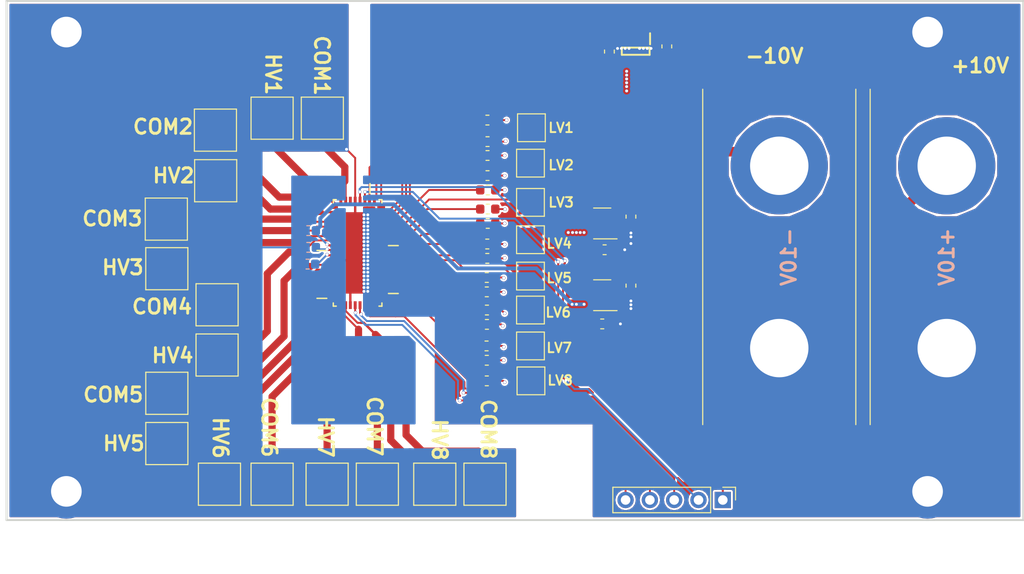
<source format=kicad_pcb>
(kicad_pcb (version 20171130) (host pcbnew 5.0.1-33cea8e~68~ubuntu16.04.1)
  (layers (0 F.Cu signal) (1 In1.Cu signal) (2 In2.Cu signal) (31 B.Cu signal) (34 B.Paste user) (35 F.Paste user) (36 B.SilkS user) (37 F.SilkS user) (38 B.Mask user) (39 F.Mask user) (44 Edge.Cuts user))
  (net 0 "")
  (net 1 GND)
  (net 2 +3V3)
  (net 3 -5V)
  (net 4 +5V)
  (net 5 +10V)
  (net 6 -10V)
  (net 7 DRV2)
  (net 8 HV2)
  (net 9 "Net-(IC1-Pad3)")
  (net 10 DRV3)
  (net 11 HV3)
  (net 12 "Net-(IC1-Pad6)")
  (net 13 DRV4)
  (net 14 HV4)
  (net 15 HV5)
  (net 16 DRV5)
  (net 17 "Net-(IC1-Pad15)")
  (net 18 HV6)
  (net 19 DRV6)
  (net 20 "Net-(IC1-Pad18)")
  (net 21 HV7)
  (net 22 DRV7)
  (net 23 HV8)
  (net 24 DRV8)
  (net 25 SCK)
  (net 26 MOSI)
  (net 27 MISO)
  (net 28 "Net-(IC1-Pad27)")
  (net 29 OUT8)
  (net 30 "Net-(IC1-Pad29)")
  (net 31 "Net-(IC1-Pad30)")
  (net 32 OUT7)
  (net 33 "Net-(IC1-Pad32)")
  (net 34 "Net-(IC1-Pad33)")
  (net 35 OUT6)
  (net 36 "Net-(IC1-Pad35)")
  (net 37 "Net-(IC1-Pad36)")
  (net 38 OUT5)
  (net 39 "Net-(IC1-Pad38)")
  (net 40 "Net-(IC1-Pad39)")
  (net 41 OUT4)
  (net 42 "Net-(IC1-Pad41)")
  (net 43 "Net-(IC1-Pad42)")
  (net 44 OUT3)
  (net 45 "Net-(IC1-Pad44)")
  (net 46 "Net-(IC1-Pad45)")
  (net 47 OUT2)
  (net 48 "Net-(IC1-Pad47)")
  (net 49 "Net-(IC1-Pad48)")
  (net 50 OUT1)
  (net 51 "Net-(IC1-Pad50)")
  (net 52 LE)
  (net 53 CLR)
  (net 54 "Net-(IC1-Pad54)")
  (net 55 DRV1)
  (net 56 HV1)
  (net 57 "Net-(IC2-Pad1)")
  (net 58 "Net-(IC2-Pad3)")
  (net 59 "Net-(U1-Pad4)")
  (net 60 "Net-(U2-Pad4)")
  (module Connector:Banana_Jack_2Pin (layer F.Cu) (at 84.5 43.5 90)
    (fp_text reference J18 hide)
    (fp_text value Conn_01x02_Female)
    (pad 2 thru_hole circle (at 9.525 0 90) (size 10.16 10.16) (drill 6.1) (layers *.Cu *.Mask) (net 6 -10V))
    (pad 1 thru_hole circle (at -9.525 0 90) (size 10.16 10.16) (drill 6.1) (layers *.Cu *.Mask) (net 1 GND))
  )
  (module Connector:Banana_Jack_2Pin (layer F.Cu) (at 102 43.5 90)
    (fp_text reference J17 hide)
    (fp_text value Conn_01x02_Female)
    (pad 1 thru_hole circle (at -9.525 0 90) (size 10.16 10.16) (drill 6.1) (layers *.Cu *.Mask) (net 1 GND))
    (pad 2 thru_hole circle (at 9.525 0 90) (size 10.16 10.16) (drill 6.1) (layers *.Cu *.Mask) (net 5 +10V))
  )
  (module Capacitor_SMD:C_0603_1608Metric (layer B.Cu) (at 35.2125 44.25)
    (fp_text reference C7 hide)
    (fp_text value C)
    (pad 1 smd roundrect (at -0.7875 0) (size 0.875 0.95) (layers B.Cu B.Paste B.Mask) (net 1 GND))
    (pad 2 smd roundrect (at 0.7875 0) (size 0.875 0.95) (layers B.Cu B.Paste B.Mask) (net 3 -5V))
  )
  (module Capacitor_SMD:C_0603_1608Metric (layer F.Cu) (at 66 50.5 180)
    (fp_text reference C1 hide)
    (fp_text value C)
    (pad 1 smd roundrect (at -0.7875 0 180) (size 0.875 0.95) (layers F.Cu F.Paste F.Mask) (net 1 GND))
    (pad 2 smd roundrect (at 0.7875 0 180) (size 0.875 0.95) (layers F.Cu F.Paste F.Mask) (net 2 +3V3))
  )
  (module Capacitor_SMD:C_0603_1608Metric (layer F.Cu) (at 66.75 22.0375 90)
    (fp_text reference C2 hide)
    (fp_text value C)
    (pad 2 smd roundrect (at 0.7875 0 90) (size 0.875 0.95) (layers F.Cu F.Paste F.Mask) (net 1 GND))
    (pad 1 smd roundrect (at -0.7875 0 90) (size 0.875 0.95) (layers F.Cu F.Paste F.Mask) (net 3 -5V))
  )
  (module Capacitor_SMD:C_0603_1608Metric (layer F.Cu) (at 69 46.5 270)
    (fp_text reference C3 hide)
    (fp_text value C)
    (pad 1 smd roundrect (at -0.7875 0 270) (size 0.875 0.95) (layers F.Cu F.Paste F.Mask) (net 4 +5V))
    (pad 2 smd roundrect (at 0.7875 0 270) (size 0.875 0.95) (layers F.Cu F.Paste F.Mask) (net 1 GND))
  )
  (module Capacitor_SMD:C_0603_1608Metric (layer F.Cu) (at 66.25 42.75 180)
    (fp_text reference C4 hide)
    (fp_text value C)
    (pad 1 smd roundrect (at -0.7875 0 180) (size 0.875 0.95) (layers F.Cu F.Paste F.Mask) (net 1 GND))
    (pad 2 smd roundrect (at 0.7875 0 180) (size 0.875 0.95) (layers F.Cu F.Paste F.Mask) (net 4 +5V))
  )
  (module Capacitor_SMD:C_0603_1608Metric (layer F.Cu) (at 69 39.2875 90)
    (fp_text reference C5 hide)
    (fp_text value C)
    (pad 1 smd roundrect (at -0.7875 0 90) (size 0.875 0.95) (layers F.Cu F.Paste F.Mask) (net 1 GND))
    (pad 2 smd roundrect (at 0.7875 0 90) (size 0.875 0.95) (layers F.Cu F.Paste F.Mask) (net 5 +10V))
  )
  (module Capacitor_SMD:C_0603_1608Metric (layer B.Cu) (at 35.2875 42.5 180)
    (fp_text reference C6 hide)
    (fp_text value C)
    (pad 2 smd roundrect (at 0.7875 0 180) (size 0.875 0.95) (layers B.Cu B.Paste B.Mask) (net 1 GND))
    (pad 1 smd roundrect (at -0.7875 0 180) (size 0.875 0.95) (layers B.Cu B.Paste B.Mask) (net 4 +5V))
  )
  (module Capacitor_SMD:C_0603_1608Metric (layer F.Cu) (at 72.75 21.5 270)
    (fp_text reference C8 hide)
    (fp_text value C)
    (pad 2 smd roundrect (at 0.7875 0 270) (size 0.875 0.95) (layers F.Cu F.Paste F.Mask) (net 6 -10V))
    (pad 1 smd roundrect (at -0.7875 0 270) (size 0.875 0.95) (layers F.Cu F.Paste F.Mask) (net 1 GND))
  )
  (module Capacitor_SMD:C_0603_1608Metric (layer B.Cu) (at 35.2875 40.75 180)
    (fp_text reference C9 hide)
    (fp_text value C)
    (pad 2 smd roundrect (at 0.7875 0 180) (size 0.875 0.95) (layers B.Cu B.Paste B.Mask) (net 1 GND))
    (pad 1 smd roundrect (at -0.7875 0 180) (size 0.875 0.95) (layers B.Cu B.Paste B.Mask) (net 2 +3V3))
  )
  (module MountingHole:MountingHole_3.2mm_M3_ISO7380_Pad (layer F.Cu) (at 10 20)
    (fp_text reference H1 hide)
    (fp_text value MountingHole_Pad)
    (pad 1 thru_hole circle (at 0 0) (size 5.7 5.7) (drill 3.2) (layers *.Cu *.Mask) (net 1 GND))
  )
  (module MountingHole:MountingHole_3.2mm_M3_ISO7380_Pad (layer F.Cu) (at 100 68)
    (fp_text reference H2 hide)
    (fp_text value MountingHole_Pad)
    (pad 1 thru_hole circle (at 0 0) (size 5.7 5.7) (drill 3.2) (layers *.Cu *.Mask) (net 1 GND))
  )
  (module MountingHole:MountingHole_3.2mm_M3_ISO7380_Pad (layer F.Cu) (at 10 68)
    (fp_text reference H3 hide)
    (fp_text value MountingHole_Pad)
    (pad 1 thru_hole circle (at 0 0) (size 5.7 5.7) (drill 3.2) (layers *.Cu *.Mask) (net 1 GND))
  )
  (module MountingHole:MountingHole_3.2mm_M3_ISO7380_Pad (layer F.Cu) (at 100 20)
    (fp_text reference H4 hide)
    (fp_text value MountingHole_Pad)
    (pad 1 thru_hole circle (at 0 0) (size 5.7 5.7) (drill 3.2) (layers *.Cu *.Mask) (net 1 GND))
  )
  (module MAX4937CTN+:QFN50PX500X1100X80-57N (layer F.Cu) (at 40.4368 43.0784)
    (fp_text reference IC1 hide)
    (fp_text value MAX4937CTN+ hide)
    (pad 1 smd rect (at -2.4638 -4.7498 90) (size 0.3048 0.8128) (layers F.Cu F.Paste F.Mask) (net 7 DRV2))
    (pad 2 smd rect (at -2.4638 -4.2418 90) (size 0.3048 0.8128) (layers F.Cu F.Paste F.Mask) (net 8 HV2))
    (pad 3 smd rect (at -2.4638 -3.7592 90) (size 0.3048 0.8128) (layers F.Cu F.Paste F.Mask) (net 9 "Net-(IC1-Pad3)"))
    (pad 4 smd rect (at -2.4638 -3.2512 90) (size 0.3048 0.8128) (layers F.Cu F.Paste F.Mask) (net 10 DRV3))
    (pad 5 smd rect (at -2.4638 -2.7432 90) (size 0.3048 0.8128) (layers F.Cu F.Paste F.Mask) (net 11 HV3))
    (pad 6 smd rect (at -2.4638 -2.2606 90) (size 0.3048 0.8128) (layers F.Cu F.Paste F.Mask) (net 12 "Net-(IC1-Pad6)"))
    (pad 7 smd rect (at -2.4638 -1.7526 90) (size 0.3048 0.8128) (layers F.Cu F.Paste F.Mask) (net 13 DRV4))
    (pad 8 smd rect (at -2.4638 -1.2446 90) (size 0.3048 0.8128) (layers F.Cu F.Paste F.Mask) (net 14 HV4))
    (pad 9 smd rect (at -2.4638 -0.762 90) (size 0.3048 0.8128) (layers F.Cu F.Paste F.Mask) (net 2 +3V3))
    (pad 10 smd rect (at -2.4638 -0.254 90) (size 0.3048 0.8128) (layers F.Cu F.Paste F.Mask) (net 4 +5V))
    (pad 11 smd rect (at -2.4638 0.254 90) (size 0.3048 0.8128) (layers F.Cu F.Paste F.Mask) (net 3 -5V))
    (pad 12 smd rect (at -2.4638 0.762 90) (size 0.3048 0.8128) (layers F.Cu F.Paste F.Mask) (net 1 GND))
    (pad 13 smd rect (at -2.4638 1.2446 90) (size 0.3048 0.8128) (layers F.Cu F.Paste F.Mask) (net 15 HV5))
    (pad 14 smd rect (at -2.4638 1.7526 90) (size 0.3048 0.8128) (layers F.Cu F.Paste F.Mask) (net 16 DRV5))
    (pad 15 smd rect (at -2.4638 2.2606 90) (size 0.3048 0.8128) (layers F.Cu F.Paste F.Mask) (net 17 "Net-(IC1-Pad15)"))
    (pad 16 smd rect (at -2.4638 2.7432 90) (size 0.3048 0.8128) (layers F.Cu F.Paste F.Mask) (net 18 HV6))
    (pad 17 smd rect (at -2.4638 3.2512 90) (size 0.3048 0.8128) (layers F.Cu F.Paste F.Mask) (net 19 DRV6))
    (pad 18 smd rect (at -2.4638 3.7592 90) (size 0.3048 0.8128) (layers F.Cu F.Paste F.Mask) (net 20 "Net-(IC1-Pad18)"))
    (pad 19 smd rect (at -2.4638 4.2418 90) (size 0.3048 0.8128) (layers F.Cu F.Paste F.Mask) (net 21 HV7))
    (pad 20 smd rect (at -2.4638 4.7498 90) (size 0.3048 0.8128) (layers F.Cu F.Paste F.Mask) (net 22 DRV7))
    (pad 21 smd rect (at -1.7526 5.461) (size 0.3048 0.8128) (layers F.Cu F.Paste F.Mask) (net 23 HV8))
    (pad 22 smd rect (at -1.2446 5.461) (size 0.3048 0.8128) (layers F.Cu F.Paste F.Mask) (net 24 DRV8))
    (pad 23 smd rect (at -0.762 5.461) (size 0.3048 0.8128) (layers F.Cu F.Paste F.Mask) (net 1 GND))
    (pad 24 smd rect (at -0.254 5.461) (size 0.3048 0.8128) (layers F.Cu F.Paste F.Mask) (net 25 SCK))
    (pad 25 smd rect (at 0.254 5.461) (size 0.3048 0.8128) (layers F.Cu F.Paste F.Mask) (net 26 MOSI))
    (pad 26 smd rect (at 0.762 5.461) (size 0.3048 0.8128) (layers F.Cu F.Paste F.Mask) (net 27 MISO))
    (pad 27 smd rect (at 1.2446 5.461) (size 0.3048 0.8128) (layers F.Cu F.Paste F.Mask) (net 28 "Net-(IC1-Pad27)"))
    (pad 28 smd rect (at 1.7526 5.461) (size 0.3048 0.8128) (layers F.Cu F.Paste F.Mask) (net 29 OUT8))
    (pad 29 smd rect (at 2.4638 4.7498 90) (size 0.3048 0.8128) (layers F.Cu F.Paste F.Mask) (net 30 "Net-(IC1-Pad29)"))
    (pad 30 smd rect (at 2.4638 4.2418 90) (size 0.3048 0.8128) (layers F.Cu F.Paste F.Mask) (net 31 "Net-(IC1-Pad30)"))
    (pad 31 smd rect (at 2.4638 3.7592 90) (size 0.3048 0.8128) (layers F.Cu F.Paste F.Mask) (net 32 OUT7))
    (pad 32 smd rect (at 2.4638 3.2512 90) (size 0.3048 0.8128) (layers F.Cu F.Paste F.Mask) (net 33 "Net-(IC1-Pad32)"))
    (pad 33 smd rect (at 2.4638 2.7432 90) (size 0.3048 0.8128) (layers F.Cu F.Paste F.Mask) (net 34 "Net-(IC1-Pad33)"))
    (pad 34 smd rect (at 2.4638 2.2606 90) (size 0.3048 0.8128) (layers F.Cu F.Paste F.Mask) (net 35 OUT6))
    (pad 35 smd rect (at 2.4638 1.7526 90) (size 0.3048 0.8128) (layers F.Cu F.Paste F.Mask) (net 36 "Net-(IC1-Pad35)"))
    (pad 36 smd rect (at 2.4638 1.2446 90) (size 0.3048 0.8128) (layers F.Cu F.Paste F.Mask) (net 37 "Net-(IC1-Pad36)"))
    (pad 37 smd rect (at 2.4638 0.762 90) (size 0.3048 0.8128) (layers F.Cu F.Paste F.Mask) (net 38 OUT5))
    (pad 38 smd rect (at 2.4638 0.254 90) (size 0.3048 0.8128) (layers F.Cu F.Paste F.Mask) (net 39 "Net-(IC1-Pad38)"))
    (pad 39 smd rect (at 2.4638 -0.254 90) (size 0.3048 0.8128) (layers F.Cu F.Paste F.Mask) (net 40 "Net-(IC1-Pad39)"))
    (pad 40 smd rect (at 2.4638 -0.762 90) (size 0.3048 0.8128) (layers F.Cu F.Paste F.Mask) (net 41 OUT4))
    (pad 41 smd rect (at 2.4638 -1.2446 90) (size 0.3048 0.8128) (layers F.Cu F.Paste F.Mask) (net 42 "Net-(IC1-Pad41)"))
    (pad 42 smd rect (at 2.4638 -1.7526 90) (size 0.3048 0.8128) (layers F.Cu F.Paste F.Mask) (net 43 "Net-(IC1-Pad42)"))
    (pad 43 smd rect (at 2.4638 -2.2606 90) (size 0.3048 0.8128) (layers F.Cu F.Paste F.Mask) (net 44 OUT3))
    (pad 44 smd rect (at 2.4638 -2.7432 90) (size 0.3048 0.8128) (layers F.Cu F.Paste F.Mask) (net 45 "Net-(IC1-Pad44)"))
    (pad 45 smd rect (at 2.4638 -3.2512 90) (size 0.3048 0.8128) (layers F.Cu F.Paste F.Mask) (net 46 "Net-(IC1-Pad45)"))
    (pad 46 smd rect (at 2.4638 -3.7592 90) (size 0.3048 0.8128) (layers F.Cu F.Paste F.Mask) (net 47 OUT2))
    (pad 47 smd rect (at 2.4638 -4.2418 90) (size 0.3048 0.8128) (layers F.Cu F.Paste F.Mask) (net 48 "Net-(IC1-Pad47)"))
    (pad 48 smd rect (at 2.4638 -4.7498 90) (size 0.3048 0.8128) (layers F.Cu F.Paste F.Mask) (net 49 "Net-(IC1-Pad48)"))
    (pad 49 smd rect (at 1.7526 -5.461) (size 0.3048 0.8128) (layers F.Cu F.Paste F.Mask) (net 50 OUT1))
    (pad 50 smd rect (at 1.2446 -5.461) (size 0.3048 0.8128) (layers F.Cu F.Paste F.Mask) (net 51 "Net-(IC1-Pad50)"))
    (pad 51 smd rect (at 0.762 -5.461) (size 0.3048 0.8128) (layers F.Cu F.Paste F.Mask) (net 52 LE))
    (pad 52 smd rect (at 0.254 -5.461) (size 0.3048 0.8128) (layers F.Cu F.Paste F.Mask) (net 53 CLR))
    (pad 53 smd rect (at -0.254 -5.461) (size 0.3048 0.8128) (layers F.Cu F.Paste F.Mask) (net 1 GND))
    (pad 54 smd rect (at -0.762 -5.461) (size 0.3048 0.8128) (layers F.Cu F.Paste F.Mask) (net 54 "Net-(IC1-Pad54)"))
    (pad 55 smd rect (at -1.2446 -5.461) (size 0.3048 0.8128) (layers F.Cu F.Paste F.Mask) (net 55 DRV1))
    (pad 56 smd rect (at -1.7526 -5.461) (size 0.3048 0.8128) (layers F.Cu F.Paste F.Mask) (net 56 HV1))
    (pad 57 smd rect (at 0 0) (size 2.4892 8.509) (layers F.Cu F.Paste F.Mask) (net 1 GND))
  )
  (module MIC5270-5.0YM5_TR:SOT95P280X145-5N (layer F.Cu) (at 69.5 22 270)
    (fp_text reference IC2 hide)
    (fp_text value MIC5270-5.0YM5_TR hide)
    (pad 1 smd rect (at -1.3 -0.95) (size 0.6 1.15) (layers F.Cu F.Paste F.Mask) (net 57 "Net-(IC2-Pad1)"))
    (pad 2 smd rect (at -1.3 0) (size 0.6 1.15) (layers F.Cu F.Paste F.Mask) (net 1 GND))
    (pad 3 smd rect (at -1.3 0.95) (size 0.6 1.15) (layers F.Cu F.Paste F.Mask) (net 58 "Net-(IC2-Pad3)"))
    (pad 4 smd rect (at 1.3 0.95) (size 0.6 1.15) (layers F.Cu F.Paste F.Mask) (net 3 -5V))
    (pad 5 smd rect (at 1.3 -0.95) (size 0.6 1.15) (layers F.Cu F.Paste F.Mask) (net 6 -10V))
  )
  (module TestPoint:TestPoint_Pad_4.0x4.0mm (layer F.Cu) (at 36.75 29)
    (fp_text reference J1 hide)
    (fp_text value Conn_01x01_Female)
    (pad 1 smd rect (at 0 0) (size 4 4) (layers F.Cu F.Mask) (net 55 DRV1))
  )
  (module TestPoint:TestPoint_Pad_4.0x4.0mm (layer F.Cu) (at 25.5778 30.25)
    (fp_text reference J2 hide)
    (fp_text value Conn_01x01_Female)
    (pad 1 smd rect (at 0 0) (size 4 4) (layers F.Cu F.Mask) (net 7 DRV2))
  )
  (module TestPoint:TestPoint_Pad_4.0x4.0mm (layer F.Cu) (at 20.447 39.5478)
    (fp_text reference J3 hide)
    (fp_text value Conn_01x01_Female)
    (pad 1 smd rect (at 0 0) (size 4 4) (layers F.Cu F.Mask) (net 10 DRV3))
  )
  (module TestPoint:TestPoint_Pad_4.0x4.0mm (layer F.Cu) (at 25.75 48.5)
    (fp_text reference J4 hide)
    (fp_text value Conn_01x01_Female)
    (pad 1 smd rect (at 0 0) (size 4 4) (layers F.Cu F.Mask) (net 13 DRV4))
  )
  (module TestPoint:TestPoint_Pad_4.0x4.0mm (layer F.Cu) (at 31.5 29)
    (fp_text reference J5 hide)
    (fp_text value Conn_01x01_Female)
    (pad 1 smd rect (at 0 0) (size 4 4) (layers F.Cu F.Mask) (net 56 HV1))
  )
  (module TestPoint:TestPoint_Pad_4.0x4.0mm (layer F.Cu) (at 25.6032 35.5346)
    (fp_text reference J6 hide)
    (fp_text value Conn_01x01_Female)
    (pad 1 smd rect (at 0 0) (size 4 4) (layers F.Cu F.Mask) (net 8 HV2))
  )
  (module TestPoint:TestPoint_Pad_4.0x4.0mm (layer F.Cu) (at 20.4978 44.7294)
    (fp_text reference J7 hide)
    (fp_text value Conn_01x01_Female)
    (pad 1 smd rect (at 0 0) (size 4 4) (layers F.Cu F.Mask) (net 11 HV3))
  )
  (module TestPoint:TestPoint_Pad_4.0x4.0mm (layer F.Cu) (at 25.75 53.75)
    (fp_text reference J8 hide)
    (fp_text value Conn_01x01_Female)
    (pad 1 smd rect (at 0 0) (size 4 4) (layers F.Cu F.Mask) (net 14 HV4))
  )
  (module TestPoint:TestPoint_Pad_4.0x4.0mm (layer F.Cu) (at 20.5 63)
    (fp_text reference J9 hide)
    (fp_text value Conn_01x01_Female)
    (pad 1 smd rect (at 0 0) (size 4 4) (layers F.Cu F.Mask) (net 16 DRV5))
  )
  (module TestPoint:TestPoint_Pad_4.0x4.0mm (layer F.Cu) (at 31.5 67.25)
    (fp_text reference J10 hide)
    (fp_text value Conn_01x01_Female)
    (pad 1 smd rect (at 0 0) (size 4 4) (layers F.Cu F.Mask) (net 19 DRV6))
  )
  (module TestPoint:TestPoint_Pad_4.0x4.0mm (layer F.Cu) (at 42.5 67.25)
    (fp_text reference J11 hide)
    (fp_text value Conn_01x01_Female)
    (pad 1 smd rect (at 0 0) (size 4 4) (layers F.Cu F.Mask) (net 22 DRV7))
  )
  (module TestPoint:TestPoint_Pad_4.0x4.0mm (layer F.Cu) (at 53.75 67.25)
    (fp_text reference J12 hide)
    (fp_text value Conn_01x01_Female)
    (pad 1 smd rect (at 0 0) (size 4 4) (layers F.Cu F.Mask) (net 24 DRV8))
  )
  (module TestPoint:TestPoint_Pad_4.0x4.0mm (layer F.Cu) (at 20.5 57.75)
    (fp_text reference J13 hide)
    (fp_text value Conn_01x01_Female)
    (pad 1 smd rect (at 0 0) (size 4 4) (layers F.Cu F.Mask) (net 15 HV5))
  )
  (module TestPoint:TestPoint_Pad_4.0x4.0mm (layer F.Cu) (at 26 67.25)
    (fp_text reference J14 hide)
    (fp_text value Conn_01x01_Female)
    (pad 1 smd rect (at 0 0) (size 4 4) (layers F.Cu F.Mask) (net 18 HV6))
  )
  (module TestPoint:TestPoint_Pad_4.0x4.0mm (layer F.Cu) (at 37.25 67.25)
    (fp_text reference J15 hide)
    (fp_text value Conn_01x01_Female)
    (pad 1 smd rect (at 0 0) (size 4 4) (layers F.Cu F.Mask) (net 21 HV7))
  )
  (module TestPoint:TestPoint_Pad_4.0x4.0mm (layer F.Cu) (at 48.5 67.25)
    (fp_text reference J16 hide)
    (fp_text value Conn_01x01_Female)
    (pad 1 smd rect (at 0 0) (size 4 4) (layers F.Cu F.Mask) (net 23 HV8))
  )
  (module Connector_PinHeader_2.54mm:PinHeader_1x05_P2.54mm_Vertical (layer F.Cu) (at 78.6 68.9 270)
    (fp_text reference J19 hide)
    (fp_text value Conn_01x05_Female)
    (pad 1 thru_hole rect (at 0 0 270) (size 1.7 1.7) (drill 1) (layers *.Cu *.Mask) (net 53 CLR))
    (pad 2 thru_hole oval (at 0 2.54 270) (size 1.7 1.7) (drill 1) (layers *.Cu *.Mask) (net 52 LE))
    (pad 3 thru_hole oval (at 0 5.08 270) (size 1.7 1.7) (drill 1) (layers *.Cu *.Mask) (net 27 MISO))
    (pad 4 thru_hole oval (at 0 7.62 270) (size 1.7 1.7) (drill 1) (layers *.Cu *.Mask) (net 26 MOSI))
    (pad 5 thru_hole oval (at 0 10.16 270) (size 1.7 1.7) (drill 1) (layers *.Cu *.Mask) (net 25 SCK))
  )
  (module TestPoint:TestPoint_Pad_2.5x2.5mm (layer F.Cu) (at 58.6 30)
    (fp_text reference J20 hide)
    (fp_text value Conn_01x01_Female)
    (pad 1 smd rect (at 0 0) (size 2.5 2.5) (layers F.Cu F.Mask) (net 50 OUT1))
  )
  (module TestPoint:TestPoint_Pad_2.5x2.5mm (layer F.Cu) (at 58.5 45.5)
    (fp_text reference J21 hide)
    (fp_text value Conn_01x01_Female)
    (pad 1 smd rect (at 0 0) (size 2.5 2.5) (layers F.Cu F.Mask) (net 38 OUT5))
  )
  (module TestPoint:TestPoint_Pad_2.5x2.5mm (layer F.Cu) (at 58.5 33.7)
    (fp_text reference J22 hide)
    (fp_text value Conn_01x01_Female)
    (pad 1 smd rect (at 0 0) (size 2.5 2.5) (layers F.Cu F.Mask) (net 47 OUT2))
  )
  (module TestPoint:TestPoint_Pad_2.5x2.5mm (layer F.Cu) (at 58.5 49.05)
    (fp_text reference J23 hide)
    (fp_text value Conn_01x01_Female)
    (pad 1 smd rect (at 0 0) (size 2.5 2.5) (layers F.Cu F.Mask) (net 35 OUT6))
  )
  (module TestPoint:TestPoint_Pad_2.5x2.5mm (layer F.Cu) (at 58.5 37.8)
    (fp_text reference J24 hide)
    (fp_text value Conn_01x01_Female)
    (pad 1 smd rect (at 0 0) (size 2.5 2.5) (layers F.Cu F.Mask) (net 44 OUT3))
  )
  (module TestPoint:TestPoint_Pad_2.5x2.5mm (layer F.Cu) (at 58.5 52.8)
    (fp_text reference J25 hide)
    (fp_text value Conn_01x01_Female)
    (pad 1 smd rect (at 0 0) (size 2.5 2.5) (layers F.Cu F.Mask) (net 32 OUT7))
  )
  (module TestPoint:TestPoint_Pad_2.5x2.5mm (layer F.Cu) (at 58.5 41.7)
    (fp_text reference J26 hide)
    (fp_text value Conn_01x01_Female)
    (pad 1 smd rect (at 0 0) (size 2.5 2.5) (layers F.Cu F.Mask) (net 41 OUT4))
  )
  (module TestPoint:TestPoint_Pad_2.5x2.5mm (layer F.Cu) (at 58.55 56.45 90)
    (fp_text reference J27 hide)
    (fp_text value Conn_01x01_Female)
    (pad 1 smd rect (at 0 0 90) (size 2.5 2.5) (layers F.Cu F.Mask) (net 29 OUT8))
  )
  (module Inductor_SMD:L_0603_1608Metric (layer F.Cu) (at 53.9375 56.45 180)
    (fp_text reference L1 hide)
    (fp_text value L)
    (pad 2 smd roundrect (at 0.7875 0 180) (size 0.875 0.95) (layers F.Cu F.Paste F.Mask) (net 28 "Net-(IC1-Pad27)"))
    (pad 1 smd roundrect (at -0.7875 0 180) (size 0.875 0.95) (layers F.Cu F.Paste F.Mask) (net 4 +5V))
  )
  (module Inductor_SMD:L_0603_1608Metric (layer F.Cu) (at 53.9375 54.3 180)
    (fp_text reference L2 hide)
    (fp_text value L)
    (pad 1 smd roundrect (at -0.7875 0 180) (size 0.875 0.95) (layers F.Cu F.Paste F.Mask) (net 3 -5V))
    (pad 2 smd roundrect (at 0.7875 0 180) (size 0.875 0.95) (layers F.Cu F.Paste F.Mask) (net 30 "Net-(IC1-Pad29)"))
  )
  (module Inductor_SMD:L_0603_1608Metric (layer F.Cu) (at 53.95 50.55 180)
    (fp_text reference L3 hide)
    (fp_text value L)
    (pad 1 smd roundrect (at -0.7875 0 180) (size 0.875 0.95) (layers F.Cu F.Paste F.Mask) (net 3 -5V))
    (pad 2 smd roundrect (at 0.7875 0 180) (size 0.875 0.95) (layers F.Cu F.Paste F.Mask) (net 33 "Net-(IC1-Pad32)"))
  )
  (module Inductor_SMD:L_0603_1608Metric (layer F.Cu) (at 54 29.2 180)
    (fp_text reference L4 hide)
    (fp_text value L)
    (pad 2 smd roundrect (at 0.7875 0 180) (size 0.875 0.95) (layers F.Cu F.Paste F.Mask) (net 51 "Net-(IC1-Pad50)"))
    (pad 1 smd roundrect (at -0.7875 0 180) (size 0.875 0.95) (layers F.Cu F.Paste F.Mask) (net 4 +5V))
  )
  (module Inductor_SMD:L_0603_1608Metric (layer F.Cu) (at 54.0125 31.45 180)
    (fp_text reference L5 hide)
    (fp_text value L)
    (pad 1 smd roundrect (at -0.7875 0 180) (size 0.875 0.95) (layers F.Cu F.Paste F.Mask) (net 3 -5V))
    (pad 2 smd roundrect (at 0.7875 0 180) (size 0.875 0.95) (layers F.Cu F.Paste F.Mask) (net 49 "Net-(IC1-Pad48)"))
  )
  (module Inductor_SMD:L_0603_1608Metric (layer F.Cu) (at 54.0125 32.9 180)
    (fp_text reference L6 hide)
    (fp_text value L)
    (pad 1 smd roundrect (at -0.7875 0 180) (size 0.875 0.95) (layers F.Cu F.Paste F.Mask) (net 4 +5V))
    (pad 2 smd roundrect (at 0.7875 0 180) (size 0.875 0.95) (layers F.Cu F.Paste F.Mask) (net 48 "Net-(IC1-Pad47)"))
  )
  (module Inductor_SMD:L_0603_1608Metric (layer F.Cu) (at 54.0125 35 180)
    (fp_text reference L7 hide)
    (fp_text value L)
    (pad 1 smd roundrect (at -0.7875 0 180) (size 0.875 0.95) (layers F.Cu F.Paste F.Mask) (net 3 -5V))
    (pad 2 smd roundrect (at 0.7875 0 180) (size 0.875 0.95) (layers F.Cu F.Paste F.Mask) (net 46 "Net-(IC1-Pad45)"))
  )
  (module Inductor_SMD:L_0603_1608Metric (layer F.Cu) (at 54.0375 36.5 180)
    (fp_text reference L8 hide)
    (fp_text value L)
    (pad 2 smd roundrect (at 0.7875 0 180) (size 0.875 0.95) (layers F.Cu F.Paste F.Mask) (net 45 "Net-(IC1-Pad44)"))
    (pad 1 smd roundrect (at -0.7875 0 180) (size 0.875 0.95) (layers F.Cu F.Paste F.Mask) (net 4 +5V))
  )
  (module Inductor_SMD:L_0603_1608Metric (layer F.Cu) (at 54.0375 38.5 180)
    (fp_text reference L9 hide)
    (fp_text value L)
    (pad 2 smd roundrect (at 0.7875 0 180) (size 0.875 0.95) (layers F.Cu F.Paste F.Mask) (net 43 "Net-(IC1-Pad42)"))
    (pad 1 smd roundrect (at -0.7875 0 180) (size 0.875 0.95) (layers F.Cu F.Paste F.Mask) (net 3 -5V))
  )
  (module Inductor_SMD:L_0603_1608Metric (layer F.Cu) (at 54.0375 40 180)
    (fp_text reference L10 hide)
    (fp_text value L)
    (pad 1 smd roundrect (at -0.7875 0 180) (size 0.875 0.95) (layers F.Cu F.Paste F.Mask) (net 4 +5V))
    (pad 2 smd roundrect (at 0.7875 0 180) (size 0.875 0.95) (layers F.Cu F.Paste F.Mask) (net 42 "Net-(IC1-Pad41)"))
  )
  (module Inductor_SMD:L_0603_1608Metric (layer F.Cu) (at 53.9875 42.15 180)
    (fp_text reference L11 hide)
    (fp_text value L)
    (pad 2 smd roundrect (at 0.7875 0 180) (size 0.875 0.95) (layers F.Cu F.Paste F.Mask) (net 40 "Net-(IC1-Pad39)"))
    (pad 1 smd roundrect (at -0.7875 0 180) (size 0.875 0.95) (layers F.Cu F.Paste F.Mask) (net 3 -5V))
  )
  (module Inductor_SMD:L_0603_1608Metric (layer F.Cu) (at 53.9875 43.65 180)
    (fp_text reference L12 hide)
    (fp_text value L)
    (pad 1 smd roundrect (at -0.7875 0 180) (size 0.875 0.95) (layers F.Cu F.Paste F.Mask) (net 3 -5V))
    (pad 2 smd roundrect (at 0.7875 0 180) (size 0.875 0.95) (layers F.Cu F.Paste F.Mask) (net 39 "Net-(IC1-Pad38)"))
  )
  (module Inductor_SMD:L_0603_1608Metric (layer F.Cu) (at 53.9375 45.65 180)
    (fp_text reference L13 hide)
    (fp_text value L)
    (pad 2 smd roundrect (at 0.7875 0 180) (size 0.875 0.95) (layers F.Cu F.Paste F.Mask) (net 37 "Net-(IC1-Pad36)"))
    (pad 1 smd roundrect (at -0.7875 0 180) (size 0.875 0.95) (layers F.Cu F.Paste F.Mask) (net 4 +5V))
  )
  (module Inductor_SMD:L_0603_1608Metric (layer F.Cu) (at 53.9375 47.15 180)
    (fp_text reference L14 hide)
    (fp_text value L)
    (pad 2 smd roundrect (at 0.7875 0 180) (size 0.875 0.95) (layers F.Cu F.Paste F.Mask) (net 36 "Net-(IC1-Pad35)"))
    (pad 1 smd roundrect (at -0.7875 0 180) (size 0.875 0.95) (layers F.Cu F.Paste F.Mask) (net 3 -5V))
  )
  (module Inductor_SMD:L_0603_1608Metric (layer F.Cu) (at 53.95 49.05 180)
    (fp_text reference L15 hide)
    (fp_text value L)
    (pad 1 smd roundrect (at -0.7875 0 180) (size 0.875 0.95) (layers F.Cu F.Paste F.Mask) (net 4 +5V))
    (pad 2 smd roundrect (at 0.7875 0 180) (size 0.875 0.95) (layers F.Cu F.Paste F.Mask) (net 34 "Net-(IC1-Pad33)"))
  )
  (module Inductor_SMD:L_0603_1608Metric (layer F.Cu) (at 53.9125 52.8 180)
    (fp_text reference L16 hide)
    (fp_text value L)
    (pad 2 smd roundrect (at 0.7875 0 180) (size 0.875 0.95) (layers F.Cu F.Paste F.Mask) (net 31 "Net-(IC1-Pad30)"))
    (pad 1 smd roundrect (at -0.7875 0 180) (size 0.875 0.95) (layers F.Cu F.Paste F.Mask) (net 4 +5V))
  )
  (module Package_TO_SOT_SMD:SOT-23-5 (layer F.Cu) (at 66 40 180)
    (fp_text reference U1 hide)
    (fp_text value MIC5205-5.0YM5)
    (pad 1 smd rect (at -1.1 -0.95 180) (size 1.06 0.65) (layers F.Cu F.Paste F.Mask) (net 5 +10V))
    (pad 2 smd rect (at -1.1 0 180) (size 1.06 0.65) (layers F.Cu F.Paste F.Mask) (net 1 GND))
    (pad 3 smd rect (at -1.1 0.95 180) (size 1.06 0.65) (layers F.Cu F.Paste F.Mask) (net 5 +10V))
    (pad 4 smd rect (at 1.1 0.95 180) (size 1.06 0.65) (layers F.Cu F.Paste F.Mask) (net 59 "Net-(U1-Pad4)"))
    (pad 5 smd rect (at 1.1 -0.95 180) (size 1.06 0.65) (layers F.Cu F.Paste F.Mask) (net 4 +5V))
  )
  (module Package_TO_SOT_SMD:SOT-23-5 (layer F.Cu) (at 66 47.5 180)
    (fp_text reference U2 hide)
    (fp_text value MIC5501-3.0YM5)
    (pad 5 smd rect (at 1.1 -0.95 180) (size 1.06 0.65) (layers F.Cu F.Paste F.Mask) (net 2 +3V3))
    (pad 4 smd rect (at 1.1 0.95 180) (size 1.06 0.65) (layers F.Cu F.Paste F.Mask) (net 60 "Net-(U2-Pad4)"))
    (pad 3 smd rect (at -1.1 0.95 180) (size 1.06 0.65) (layers F.Cu F.Paste F.Mask) (net 4 +5V))
    (pad 2 smd rect (at -1.1 0 180) (size 1.06 0.65) (layers F.Cu F.Paste F.Mask) (net 1 GND))
    (pad 1 smd rect (at -1.1 -0.95 180) (size 1.06 0.65) (layers F.Cu F.Paste F.Mask) (net 4 +5V))
  )
  (gr_text LV8 (at 61.6 56.4) (layer F.SilkS) (effects (font (size 1 1) (thickness 0.2))))
  (gr_text LV7 (at 61.5 53) (layer F.SilkS) (effects (font (size 1 1) (thickness 0.2))))
  (gr_text LV6 (at 61.4 49.3) (layer F.SilkS) (effects (font (size 1 1) (thickness 0.2))))
  (gr_text LV5 (at 61.5 45.7) (layer F.SilkS) (effects (font (size 1 1) (thickness 0.2))))
  (gr_text LV4 (at 61.5 42.1) (layer F.SilkS) (effects (font (size 1 1) (thickness 0.2))))
  (gr_text LV3 (at 61.7 37.8) (layer F.SilkS) (effects (font (size 1 1) (thickness 0.2))))
  (gr_text LV2 (at 61.7 33.9) (layer F.SilkS) (effects (font (size 1 1) (thickness 0.2))))
  (gr_text LV1 (at 61.7 30) (layer F.SilkS) (effects (font (size 1 1) (thickness 0.2))))
  (gr_text "HV8\n" (at 49 62.6 270) (layer F.SilkS) (effects (font (size 1.5 1.5) (thickness 0.3))))
  (gr_text "COM8\n" (at 54.1 61.5 270) (layer F.SilkS) (effects (font (size 1.5 1.5) (thickness 0.3))))
  (gr_text "HV7\n" (at 37.1 62.3 270) (layer F.SilkS) (effects (font (size 1.5 1.5) (thickness 0.3))))
  (gr_text "COM7\n" (at 42.2 61.2 270) (layer F.SilkS) (effects (font (size 1.5 1.5) (thickness 0.3))))
  (gr_text "COM6\n" (at 31.2 61.3 270) (layer F.SilkS) (effects (font (size 1.5 1.5) (thickness 0.3))))
  (gr_text "HV6\n" (at 26.1 62.4 270) (layer F.SilkS) (effects (font (size 1.5 1.5) (thickness 0.3))))
  (gr_text "HV5\n" (at 16 63) (layer F.SilkS) (effects (font (size 1.5 1.5) (thickness 0.3))))
  (gr_text "COM5\n" (at 14.9 57.9) (layer F.SilkS) (effects (font (size 1.5 1.5) (thickness 0.3))))
  (gr_text "COM4\n" (at 20 48.7) (layer F.SilkS) (effects (font (size 1.5 1.5) (thickness 0.3))))
  (gr_text "HV4\n" (at 21.1 53.8) (layer F.SilkS) (effects (font (size 1.5 1.5) (thickness 0.3))))
  (gr_text "HV3\n" (at 15.9 44.6) (layer F.SilkS) (effects (font (size 1.5 1.5) (thickness 0.3))))
  (gr_text "COM3\n" (at 14.8 39.5) (layer F.SilkS) (effects (font (size 1.5 1.5) (thickness 0.3))))
  (gr_text "COM2\n" (at 20.1 29.9) (layer F.SilkS) (effects (font (size 1.5 1.5) (thickness 0.3))))
  (gr_text "HV2\n" (at 21.2 35) (layer F.SilkS) (effects (font (size 1.5 1.5) (thickness 0.3))))
  (gr_text "COM1\n" (at 36.7 23.5 270) (layer F.SilkS) (effects (font (size 1.5 1.5) (thickness 0.3))))
  (gr_text "HV1\n" (at 31.6 24.4 270) (layer F.SilkS) (effects (font (size 1.5 1.5) (thickness 0.3))))
  (gr_text "+10V\n" (at 102 43.5 90) (layer B.SilkS) (effects (font (size 1.5 1.5) (thickness 0.3)) (justify mirror)))
  (gr_text "-10V\n" (at 85.5 43.5 90) (layer B.SilkS) (effects (font (size 1.5 1.5) (thickness 0.3)) (justify mirror)))
  (gr_text "+10V\n" (at 105.5 23.5) (layer F.SilkS) (effects (font (size 1.5 1.5) (thickness 0.3))))
  (gr_text "-10V\n" (at 84 22.5) (layer F.SilkS) (effects (font (size 1.5 1.5) (thickness 0.3))))
  (gr_line (start 110 16.75) (end 3.75 16.75) (layer Edge.Cuts) (width 0.2))
  (gr_line (start 110 71) (end 110 16.75) (layer Edge.Cuts) (width 0.2))
  (gr_line (start 3.75 71) (end 110 71) (layer Edge.Cuts) (width 0.2))
  (gr_line (start 3.75 16.75) (end 3.75 71) (layer Edge.Cuts) (width 0.2))
  (via (at 41.5 39.9) (size 0.35) (drill 0.3) (layers F.Cu B.Cu) (net 1))
  (via (at 41.1 39.9) (size 0.35) (drill 0.3) (layers F.Cu B.Cu) (net 1))
  (via (at 41.5 39.5) (size 0.35) (drill 0.3) (layers F.Cu B.Cu) (net 1))
  (via (at 41.1 39.5) (size 0.35) (drill 0.3) (layers F.Cu B.Cu) (net 1))
  (via (at 41.5 39.1) (size 0.35) (drill 0.3) (layers F.Cu B.Cu) (net 1))
  (via (at 41.1 39.1) (size 0.35) (drill 0.3) (layers F.Cu B.Cu) (net 1))
  (segment (start 39.6748 48.5394) (end 39.6748 43.8404) (width 0.25) (layer F.Cu) (net 1))
  (segment (start 39.6748 43.8404) (end 40.4368 43.0784) (width 0.25) (layer F.Cu) (net 1))
  (segment (start 37.973 43.8404) (end 39.6748 43.8404) (width 0.25) (layer F.Cu) (net 1))
  (segment (start 40.1828 42.8244) (end 40.4368 43.0784) (width 0.25) (layer F.Cu) (net 1))
  (segment (start 40.1828 37.6174) (end 40.1828 42.8244) (width 0.25) (layer F.Cu) (net 1))
  (via (at 41.1 40.7) (size 0.35) (drill 0.3) (layers F.Cu B.Cu) (net 1))
  (via (at 41.1 41.1) (size 0.35) (drill 0.3) (layers F.Cu B.Cu) (net 1))
  (via (at 41.1 40.3) (size 0.35) (drill 0.3) (layers F.Cu B.Cu) (net 1))
  (via (at 41.5 40.3) (size 0.35) (drill 0.3) (layers F.Cu B.Cu) (net 1))
  (via (at 41.5 40.7) (size 0.35) (drill 0.3) (layers F.Cu B.Cu) (net 1))
  (via (at 41.5 41.1) (size 0.35) (drill 0.3) (layers F.Cu B.Cu) (net 1))
  (via (at 41.5 41.9) (size 0.35) (drill 0.3) (layers F.Cu B.Cu) (net 1))
  (via (at 41.5 42.3) (size 0.35) (drill 0.3) (layers F.Cu B.Cu) (net 1))
  (via (at 41.1 42.3) (size 0.35) (drill 0.3) (layers F.Cu B.Cu) (net 1))
  (via (at 41.1 41.9) (size 0.35) (drill 0.3) (layers F.Cu B.Cu) (net 1))
  (via (at 41.1 41.5) (size 0.35) (drill 0.3) (layers F.Cu B.Cu) (net 1))
  (via (at 41.5 41.5) (size 0.35) (drill 0.3) (layers F.Cu B.Cu) (net 1))
  (via (at 41.5 42.7) (size 0.35) (drill 0.3) (layers F.Cu B.Cu) (net 1))
  (via (at 41.1 42.7) (size 0.35) (drill 0.3) (layers F.Cu B.Cu) (net 1))
  (via (at 41.5 43.5) (size 0.35) (drill 0.3) (layers F.Cu B.Cu) (net 1))
  (via (at 41.1 43.5) (size 0.35) (drill 0.3) (layers F.Cu B.Cu) (net 1))
  (via (at 41.1 43.1) (size 0.35) (drill 0.3) (layers F.Cu B.Cu) (net 1))
  (via (at 41.5 43.1) (size 0.35) (drill 0.3) (layers F.Cu B.Cu) (net 1))
  (via (at 41.5 46.3) (size 0.35) (drill 0.3) (layers F.Cu B.Cu) (net 1))
  (via (at 41.1 46.3) (size 0.35) (drill 0.3) (layers F.Cu B.Cu) (net 1))
  (via (at 41.1 44.3) (size 0.35) (drill 0.3) (layers F.Cu B.Cu) (net 1))
  (via (at 41.5 47.1) (size 0.35) (drill 0.3) (layers F.Cu B.Cu) (net 1))
  (via (at 41.1 47.1) (size 0.35) (drill 0.3) (layers F.Cu B.Cu) (net 1))
  (via (at 41.1 44.7) (size 0.35) (drill 0.3) (layers F.Cu B.Cu) (net 1))
  (via (at 41.5 45.5) (size 0.35) (drill 0.3) (layers F.Cu B.Cu) (net 1))
  (via (at 41.1 43.9) (size 0.35) (drill 0.3) (layers F.Cu B.Cu) (net 1))
  (via (at 41.5 45.9) (size 0.35) (drill 0.3) (layers F.Cu B.Cu) (net 1))
  (via (at 41.5 43.9) (size 0.35) (drill 0.3) (layers F.Cu B.Cu) (net 1))
  (via (at 41.5 44.3) (size 0.35) (drill 0.3) (layers F.Cu B.Cu) (net 1))
  (via (at 41.1 46.7) (size 0.35) (drill 0.3) (layers F.Cu B.Cu) (net 1))
  (via (at 41.1 45.9) (size 0.35) (drill 0.3) (layers F.Cu B.Cu) (net 1))
  (via (at 41.1 45.5) (size 0.35) (drill 0.3) (layers F.Cu B.Cu) (net 1))
  (via (at 41.5 46.7) (size 0.35) (drill 0.3) (layers F.Cu B.Cu) (net 1))
  (via (at 41.1 45.1) (size 0.35) (drill 0.3) (layers F.Cu B.Cu) (net 1))
  (via (at 41.5 44.7) (size 0.35) (drill 0.3) (layers F.Cu B.Cu) (net 1))
  (via (at 41.5 45.1) (size 0.35) (drill 0.3) (layers F.Cu B.Cu) (net 1))
  (segment (start 68.7875 47.5) (end 69 47.2875) (width 0.4) (layer F.Cu) (net 1))
  (segment (start 67.1 47.5) (end 68.7875 47.5) (width 0.4) (layer F.Cu) (net 1))
  (segment (start 69 47.2875) (end 69 48.1) (width 0.4) (layer F.Cu) (net 1))
  (segment (start 69 48.9) (end 69 48.9) (width 0.4) (layer F.Cu) (net 1))
  (via (at 69 48.9) (size 0.35) (drill 0.3) (layers F.Cu B.Cu) (net 1))
  (segment (start 69 48.5) (end 69 48.9) (width 0.4) (layer F.Cu) (net 1))
  (via (at 69 48.5) (size 0.35) (drill 0.3) (layers F.Cu B.Cu) (net 1))
  (segment (start 69 48.1) (end 69 48.5) (width 0.4) (layer F.Cu) (net 1))
  (via (at 69 48.1) (size 0.35) (drill 0.3) (layers F.Cu B.Cu) (net 1))
  (segment (start 66.7875 50.5) (end 67.9 50.5) (width 0.4) (layer F.Cu) (net 1))
  (via (at 67.9 50.5) (size 0.35) (drill 0.3) (layers F.Cu B.Cu) (net 1))
  (segment (start 67.0375 42.75) (end 68.35 42.75) (width 0.4) (layer F.Cu) (net 1))
  (via (at 68.35 42.75) (size 0.35) (drill 0.3) (layers F.Cu B.Cu) (net 1))
  (segment (start 69 42.1) (end 69 42.1) (width 0.4) (layer F.Cu) (net 1))
  (segment (start 69 40.075) (end 69 41) (width 0.4) (layer F.Cu) (net 1))
  (segment (start 69 41) (end 69 41.4) (width 0.4) (layer F.Cu) (net 1))
  (via (at 69 41) (size 0.35) (drill 0.3) (layers F.Cu B.Cu) (net 1))
  (segment (start 69 41.4) (end 69 42.1) (width 0.4) (layer F.Cu) (net 1))
  (via (at 69 41.4) (size 0.35) (drill 0.3) (layers F.Cu B.Cu) (net 1))
  (segment (start 69 42.1) (end 68.35 42.75) (width 0.4) (layer F.Cu) (net 1))
  (via (at 69 42.1) (size 0.35) (drill 0.3) (layers F.Cu B.Cu) (net 1))
  (segment (start 69.5 21.675) (end 69.5 20.7) (width 0.4) (layer F.Cu) (net 1))
  (segment (start 69.463388 21.711612) (end 69.5 21.675) (width 0.4) (layer F.Cu) (net 1))
  (segment (start 67.211612 21.711612) (end 67.6 21.711612) (width 0.4) (layer F.Cu) (net 1))
  (segment (start 66.75 21.25) (end 67.211612 21.711612) (width 0.4) (layer F.Cu) (net 1))
  (segment (start 67.6 21.711612) (end 68 21.711612) (width 0.4) (layer F.Cu) (net 1))
  (via (at 67.6 21.711612) (size 0.35) (drill 0.3) (layers F.Cu B.Cu) (net 1))
  (segment (start 68 21.711612) (end 68.4 21.711612) (width 0.4) (layer F.Cu) (net 1))
  (via (at 68 21.711612) (size 0.35) (drill 0.3) (layers F.Cu B.Cu) (net 1))
  (segment (start 68.4 21.711612) (end 68.8 21.711612) (width 0.4) (layer F.Cu) (net 1))
  (via (at 68.4 21.711612) (size 0.35) (drill 0.3) (layers F.Cu B.Cu) (net 1))
  (segment (start 68.8 21.711612) (end 69.463388 21.711612) (width 0.4) (layer F.Cu) (net 1))
  (via (at 68.8 21.711612) (size 0.35) (drill 0.3) (layers F.Cu B.Cu) (net 1))
  (segment (start 71.750888 21.711612) (end 72.288388 21.174112) (width 0.4) (layer F.Cu) (net 1))
  (segment (start 72.288388 21.174112) (end 72.75 20.7125) (width 0.4) (layer F.Cu) (net 1))
  (segment (start 69.463388 21.711612) (end 69.9 21.711612) (width 0.4) (layer F.Cu) (net 1))
  (segment (start 69.9 21.711612) (end 70.3 21.711612) (width 0.4) (layer F.Cu) (net 1))
  (via (at 69.9 21.711612) (size 0.35) (drill 0.3) (layers F.Cu B.Cu) (net 1))
  (segment (start 70.3 21.711612) (end 70.7 21.711612) (width 0.4) (layer F.Cu) (net 1))
  (via (at 70.3 21.711612) (size 0.35) (drill 0.3) (layers F.Cu B.Cu) (net 1))
  (segment (start 70.7 21.711612) (end 71.1 21.711612) (width 0.4) (layer F.Cu) (net 1))
  (via (at 70.7 21.711612) (size 0.35) (drill 0.3) (layers F.Cu B.Cu) (net 1))
  (segment (start 71.1 21.711612) (end 71.750888 21.711612) (width 0.4) (layer F.Cu) (net 1))
  (via (at 71.1 21.711612) (size 0.35) (drill 0.3) (layers F.Cu B.Cu) (net 1))
  (segment (start 68.925 40) (end 69 40.075) (width 0.75) (layer F.Cu) (net 1))
  (segment (start 67.1 40) (end 68.925 40) (width 0.75) (layer F.Cu) (net 1))
  (segment (start 40.1828 37.6174) (end 40.1828 33.1578) (width 0.2) (layer F.Cu) (net 1))
  (via (at 39.275 32.25) (size 0.35) (drill 0.3) (layers F.Cu B.Cu) (net 1))
  (segment (start 40.1828 33.1578) (end 39.275 32.25) (width 0.2) (layer F.Cu) (net 1))
  (segment (start 34.5 44.175) (end 34.425 44.25) (width 0.2) (layer B.Cu) (net 1))
  (segment (start 34.5 40.75) (end 34.5 44.175) (width 0.2) (layer B.Cu) (net 1))
  (segment (start 34.5 42.5) (end 30.225 42.5) (width 0.2) (layer B.Cu) (net 1))
  (segment (start 30.225 42.5) (end 30.125 42.6) (width 0.2) (layer B.Cu) (net 1))
  (via (at 37.25 42.199987) (size 0.35) (drill 0.3) (layers F.Cu B.Cu) (net 2))
  (segment (start 37.325011 42.274998) (end 37.25 42.199987) (width 0.2) (layer F.Cu) (net 2))
  (segment (start 37.478002 42.274998) (end 37.325011 42.274998) (width 0.2) (layer F.Cu) (net 2))
  (segment (start 37.519404 42.3164) (end 37.478002 42.274998) (width 0.2) (layer F.Cu) (net 2))
  (segment (start 37.973 42.3164) (end 37.519404 42.3164) (width 0.2) (layer F.Cu) (net 2))
  (segment (start 64.9 48.45) (end 64.9 49.3) (width 0.4) (layer F.Cu) (net 2))
  (segment (start 65.2125 49.6125) (end 65.2125 50.5) (width 0.4) (layer F.Cu) (net 2))
  (segment (start 64.9 49.3) (end 65.2125 49.6125) (width 0.4) (layer F.Cu) (net 2))
  (segment (start 36.075 41.024987) (end 37.25 42.199987) (width 0.2) (layer B.Cu) (net 2))
  (segment (start 36.075 40.75) (end 36.075 41.024987) (width 0.2) (layer B.Cu) (net 2))
  (segment (start 64.9 48.45) (end 64.1 48.45) (width 1) (layer F.Cu) (net 2))
  (via (at 64.1 48.45) (size 0.35) (drill 0.3) (layers F.Cu B.Cu) (net 2))
  (segment (start 63.3 48.45) (end 62.85 48.45) (width 1) (layer F.Cu) (net 2))
  (via (at 63.3 48.45) (size 0.35) (drill 0.3) (layers F.Cu B.Cu) (net 2))
  (segment (start 62.85 48.45) (end 63.3 48.45) (width 1) (layer F.Cu) (net 2))
  (via (at 62.85 48.45) (size 0.35) (drill 0.3) (layers F.Cu B.Cu) (net 2))
  (segment (start 64.1 48.45) (end 62.85 48.45) (width 0.4) (layer B.Cu) (net 2))
  (segment (start 63.3 48.45) (end 64.1 48.45) (width 1) (layer F.Cu) (net 2))
  (segment (start 44.2 38) (end 50.9 44.7) (width 0.4) (layer B.Cu) (net 2))
  (segment (start 59.1 44.7) (end 62.85 48.45) (width 0.4) (layer B.Cu) (net 2))
  (segment (start 38 38) (end 44.2 38) (width 0.4) (layer B.Cu) (net 2))
  (segment (start 50.9 44.7) (end 59.1 44.7) (width 0.4) (layer B.Cu) (net 2))
  (segment (start 36.075 40.75) (end 36.536612 40.288388) (width 0.4) (layer B.Cu) (net 2))
  (segment (start 36.536612 40.288388) (end 36.536612 39.463388) (width 0.4) (layer B.Cu) (net 2))
  (segment (start 36.536612 39.463388) (end 38 38) (width 0.4) (layer B.Cu) (net 2))
  (via (at 37.25 43.25) (size 0.35) (drill 0.3) (layers F.Cu B.Cu) (net 3))
  (segment (start 37.973 43.3324) (end 37.3324 43.3324) (width 0.2) (layer F.Cu) (net 3))
  (segment (start 37.3324 43.3324) (end 37.25 43.25) (width 0.2) (layer F.Cu) (net 3))
  (segment (start 68.075 22.825) (end 68.55 23.3) (width 0.4) (layer F.Cu) (net 3))
  (segment (start 66.75 22.825) (end 68.075 22.825) (width 0.4) (layer F.Cu) (net 3))
  (segment (start 36.25 44.25) (end 37.25 43.25) (width 0.2) (layer B.Cu) (net 3))
  (segment (start 36 44.25) (end 36.25 44.25) (width 0.2) (layer B.Cu) (net 3))
  (via (at 55.9 31.4) (size 0.35) (drill 0.3) (layers F.Cu B.Cu) (net 3))
  (segment (start 55.85 31.45) (end 55.9 31.4) (width 0.2) (layer F.Cu) (net 3))
  (segment (start 54.8 31.45) (end 55.85 31.45) (width 0.2) (layer F.Cu) (net 3))
  (via (at 55.8 35) (size 0.35) (drill 0.3) (layers F.Cu B.Cu) (net 3))
  (segment (start 54.8 35) (end 55.8 35) (width 0.2) (layer F.Cu) (net 3))
  (via (at 55.8 42.2) (size 0.35) (drill 0.3) (layers F.Cu B.Cu) (net 3))
  (segment (start 55.75 42.15) (end 55.8 42.2) (width 0.2) (layer F.Cu) (net 3))
  (segment (start 54.775 42.15) (end 55.75 42.15) (width 0.2) (layer F.Cu) (net 3))
  (via (at 55.8 43.6) (size 0.35) (drill 0.3) (layers F.Cu B.Cu) (net 3))
  (segment (start 55.75 43.65) (end 55.8 43.6) (width 0.2) (layer F.Cu) (net 3))
  (segment (start 54.775 43.65) (end 55.75 43.65) (width 0.2) (layer F.Cu) (net 3))
  (via (at 55.7 47.2) (size 0.35) (drill 0.3) (layers F.Cu B.Cu) (net 3))
  (segment (start 55.65 47.15) (end 55.7 47.2) (width 0.2) (layer F.Cu) (net 3))
  (segment (start 54.725 47.15) (end 55.65 47.15) (width 0.2) (layer F.Cu) (net 3))
  (via (at 55.6 50.7) (size 0.35) (drill 0.3) (layers F.Cu B.Cu) (net 3))
  (segment (start 55.45 50.55) (end 55.6 50.7) (width 0.2) (layer F.Cu) (net 3))
  (segment (start 54.7375 50.55) (end 55.45 50.55) (width 0.2) (layer F.Cu) (net 3))
  (via (at 55.7 54.3) (size 0.35) (drill 0.3) (layers F.Cu B.Cu) (net 3))
  (segment (start 54.725 54.3) (end 55.7 54.3) (width 0.2) (layer F.Cu) (net 3))
  (segment (start 68.55 23.3) (end 68.55 24.1) (width 1) (layer F.Cu) (net 3))
  (segment (start 68.55 26.15) (end 68.55 26.15) (width 1) (layer F.Cu) (net 3))
  (via (at 68.55 26.15) (size 0.35) (drill 0.3) (layers F.Cu B.Cu) (net 3))
  (segment (start 68.55 25.7) (end 68.55 26.15) (width 1) (layer F.Cu) (net 3))
  (via (at 68.55 25.7) (size 0.35) (drill 0.3) (layers F.Cu B.Cu) (net 3))
  (segment (start 68.55 25.3) (end 68.55 25.7) (width 1) (layer F.Cu) (net 3))
  (via (at 68.55 25.3) (size 0.35) (drill 0.3) (layers F.Cu B.Cu) (net 3))
  (segment (start 68.55 24.9) (end 68.55 25.3) (width 1) (layer F.Cu) (net 3))
  (via (at 68.55 24.9) (size 0.35) (drill 0.3) (layers F.Cu B.Cu) (net 3))
  (segment (start 68.55 24.5) (end 68.55 24.9) (width 1) (layer F.Cu) (net 3))
  (via (at 68.55 24.5) (size 0.35) (drill 0.3) (layers F.Cu B.Cu) (net 3))
  (segment (start 68.55 24.1) (end 68.55 24.5) (width 1) (layer F.Cu) (net 3))
  (via (at 68.55 24.1) (size 0.35) (drill 0.3) (layers F.Cu B.Cu) (net 3))
  (segment (start 55.810893 38.5) (end 55.835883 38.52499) (width 0.2) (layer F.Cu) (net 3))
  (via (at 55.835883 38.52499) (size 0.35) (drill 0.3) (layers F.Cu B.Cu) (net 3))
  (segment (start 54.825 38.5) (end 55.810893 38.5) (width 0.2) (layer F.Cu) (net 3))
  (segment (start 37.325011 42.774998) (end 37.25 42.699987) (width 0.2) (layer F.Cu) (net 4))
  (segment (start 37.973 42.8244) (end 37.923598 42.774998) (width 0.2) (layer F.Cu) (net 4))
  (segment (start 37.923598 42.774998) (end 37.325011 42.774998) (width 0.2) (layer F.Cu) (net 4))
  (via (at 37.25 42.699987) (size 0.35) (drill 0.3) (layers F.Cu B.Cu) (net 4))
  (segment (start 66.17 46.55) (end 66 46.72) (width 0.4) (layer F.Cu) (net 4))
  (segment (start 67.1 46.55) (end 66.17 46.55) (width 0.4) (layer F.Cu) (net 4))
  (segment (start 66.17 48.45) (end 67.1 48.45) (width 0.4) (layer F.Cu) (net 4))
  (segment (start 66 48.28) (end 66.17 48.45) (width 0.4) (layer F.Cu) (net 4))
  (segment (start 66 46.72) (end 66 48.28) (width 0.4) (layer F.Cu) (net 4))
  (segment (start 68.1625 46.55) (end 69 45.7125) (width 0.4) (layer F.Cu) (net 4))
  (segment (start 67.1 46.55) (end 68.1625 46.55) (width 0.4) (layer F.Cu) (net 4))
  (segment (start 64.9 40.95) (end 64.9 41) (width 0.4) (layer F.Cu) (net 4))
  (segment (start 64.9 41) (end 65.5 41.6) (width 0.4) (layer F.Cu) (net 4))
  (segment (start 65.4625 42.175) (end 65.4625 42.75) (width 0.4) (layer F.Cu) (net 4))
  (segment (start 65.4625 41.6375) (end 65.4625 42.175) (width 0.4) (layer F.Cu) (net 4))
  (segment (start 65.5 41.6) (end 65.4625 41.6375) (width 0.4) (layer F.Cu) (net 4))
  (segment (start 65.4625 42.75) (end 65.4625 43.4625) (width 0.4) (layer F.Cu) (net 4))
  (segment (start 67.7125 45.7125) (end 69 45.7125) (width 0.4) (layer F.Cu) (net 4))
  (segment (start 65.4625 43.4625) (end 67.7125 45.7125) (width 0.4) (layer F.Cu) (net 4))
  (segment (start 36.274987 42.699987) (end 37.25 42.699987) (width 0.2) (layer B.Cu) (net 4))
  (segment (start 36.075 42.5) (end 36.274987 42.699987) (width 0.2) (layer B.Cu) (net 4))
  (via (at 56 29.2) (size 0.35) (drill 0.3) (layers F.Cu B.Cu) (net 4))
  (segment (start 54.7875 29.2) (end 56 29.2) (width 0.2) (layer F.Cu) (net 4))
  (via (at 55.8 32.9) (size 0.35) (drill 0.3) (layers F.Cu B.Cu) (net 4))
  (segment (start 54.8 32.9) (end 55.8 32.9) (width 0.2) (layer F.Cu) (net 4))
  (via (at 55.8 36.5) (size 0.35) (drill 0.3) (layers F.Cu B.Cu) (net 4))
  (segment (start 54.825 36.5) (end 55.8 36.5) (width 0.2) (layer F.Cu) (net 4))
  (via (at 55.8 40) (size 0.35) (drill 0.3) (layers F.Cu B.Cu) (net 4))
  (segment (start 54.825 40) (end 55.8 40) (width 0.2) (layer F.Cu) (net 4))
  (segment (start 55.65 45.65) (end 55.7 45.7) (width 0.2) (layer F.Cu) (net 4))
  (via (at 55.7 45.7) (size 0.35) (drill 0.3) (layers F.Cu B.Cu) (net 4))
  (segment (start 54.725 45.65) (end 55.65 45.65) (width 0.2) (layer F.Cu) (net 4))
  (segment (start 55.45 49.05) (end 55.8 49.4) (width 0.2) (layer F.Cu) (net 4))
  (via (at 55.8 49.4) (size 0.35) (drill 0.3) (layers F.Cu B.Cu) (net 4))
  (segment (start 54.7375 49.05) (end 55.45 49.05) (width 0.2) (layer F.Cu) (net 4))
  (via (at 55.7 52.9) (size 0.35) (drill 0.3) (layers F.Cu B.Cu) (net 4))
  (segment (start 55.6 52.8) (end 55.7 52.9) (width 0.2) (layer F.Cu) (net 4))
  (segment (start 54.7 52.8) (end 55.6 52.8) (width 0.2) (layer F.Cu) (net 4))
  (via (at 55.8 56.6) (size 0.35) (drill 0.3) (layers F.Cu B.Cu) (net 4))
  (segment (start 55.65 56.45) (end 55.8 56.6) (width 0.2) (layer F.Cu) (net 4))
  (segment (start 54.725 56.45) (end 55.65 56.45) (width 0.2) (layer F.Cu) (net 4))
  (segment (start 64.9 40.95) (end 64.1 40.95) (width 1) (layer F.Cu) (net 4))
  (segment (start 62.45 40.95) (end 62.45 40.95) (width 1) (layer F.Cu) (net 4))
  (via (at 62.45 40.95) (size 0.35) (drill 0.3) (layers F.Cu B.Cu) (net 4))
  (segment (start 62.9 40.95) (end 62.45 40.95) (width 1) (layer F.Cu) (net 4))
  (via (at 62.9 40.95) (size 0.35) (drill 0.3) (layers F.Cu B.Cu) (net 4))
  (segment (start 63.3 40.95) (end 62.9 40.95) (width 1) (layer F.Cu) (net 4))
  (via (at 63.3 40.95) (size 0.35) (drill 0.3) (layers F.Cu B.Cu) (net 4))
  (segment (start 63.7 40.95) (end 63.3 40.95) (width 1) (layer F.Cu) (net 4))
  (via (at 63.7 40.95) (size 0.35) (drill 0.3) (layers F.Cu B.Cu) (net 4))
  (segment (start 64.1 40.95) (end 63.7 40.95) (width 1) (layer F.Cu) (net 4))
  (via (at 64.1 40.95) (size 0.35) (drill 0.3) (layers F.Cu B.Cu) (net 4))
  (segment (start 66.17 39.05) (end 66 39.22) (width 0.4) (layer F.Cu) (net 5))
  (segment (start 67.1 39.05) (end 66.17 39.05) (width 0.4) (layer F.Cu) (net 5))
  (segment (start 66 40.7) (end 66.2 40.9) (width 0.4) (layer F.Cu) (net 5))
  (segment (start 66 39.22) (end 66 40.7) (width 0.4) (layer F.Cu) (net 5))
  (segment (start 67.05 40.9) (end 67.1 40.95) (width 0.4) (layer F.Cu) (net 5))
  (segment (start 66.2 40.9) (end 67.05 40.9) (width 0.4) (layer F.Cu) (net 5))
  (segment (start 67.45 39.05) (end 68 38.5) (width 0.75) (layer F.Cu) (net 5))
  (segment (start 67.1 39.05) (end 67.45 39.05) (width 0.75) (layer F.Cu) (net 5))
  (segment (start 69 38.5) (end 68 38.5) (width 0.75) (layer F.Cu) (net 5))
  (segment (start 69 38.5) (end 73 38.5) (width 1) (layer F.Cu) (net 5))
  (segment (start 73 38.5) (end 76.5 42) (width 1) (layer F.Cu) (net 5))
  (segment (start 93.975 42) (end 102 33.975) (width 1) (layer F.Cu) (net 5))
  (segment (start 76.5 42) (end 93.975 42) (width 1) (layer F.Cu) (net 5))
  (segment (start 71.7375 23.3) (end 72.75 22.2875) (width 0.4) (layer F.Cu) (net 6))
  (segment (start 70.45 23.3) (end 71.7375 23.3) (width 0.4) (layer F.Cu) (net 6))
  (segment (start 70.45 23.98) (end 76 29.53) (width 1) (layer F.Cu) (net 6))
  (segment (start 70.45 23.3) (end 70.45 23.98) (width 1) (layer F.Cu) (net 6))
  (segment (start 76 29.53) (end 76.03 29.53) (width 1) (layer F.Cu) (net 6))
  (segment (start 76.03 29.53) (end 79 32.5) (width 1) (layer F.Cu) (net 6))
  (segment (start 83.025 32.5) (end 84.5 33.975) (width 1) (layer F.Cu) (net 6))
  (segment (start 79 32.5) (end 83.025 32.5) (width 1) (layer F.Cu) (net 6))
  (segment (start 25.5778 30.25) (end 25.75 30.25) (width 0.75) (layer F.Cu) (net 7))
  (segment (start 25.75 30.25) (end 28.75 33.25) (width 0.75) (layer F.Cu) (net 7))
  (segment (start 28.75 33.25) (end 28.75 33.75) (width 0.75) (layer F.Cu) (net 7))
  (segment (start 28.75 33.75) (end 32.25 37.25) (width 0.75) (layer F.Cu) (net 7))
  (segment (start 32.25 37.25) (end 36 37.25) (width 0.75) (layer F.Cu) (net 7))
  (segment (start 37.3468 37.25) (end 36 37.25) (width 0.3) (layer F.Cu) (net 7))
  (segment (start 37.973 37.8762) (end 37.3468 37.25) (width 0.3) (layer F.Cu) (net 7))
  (segment (start 37.973 38.3286) (end 37.973 37.8762) (width 0.3) (layer F.Cu) (net 7))
  (segment (start 28.3532 35.5346) (end 31.3186 38.5) (width 0.75) (layer F.Cu) (net 8))
  (segment (start 25.6032 35.5346) (end 28.3532 35.5346) (width 0.75) (layer F.Cu) (net 8))
  (segment (start 31.3186 38.5) (end 35.75 38.5) (width 0.75) (layer F.Cu) (net 8))
  (segment (start 35.75 38.5) (end 36 38.75) (width 0.75) (layer F.Cu) (net 8))
  (segment (start 36 38.75) (end 36.5 38.75) (width 0.75) (layer F.Cu) (net 8))
  (segment (start 36.5866 38.8366) (end 36.5 38.75) (width 0.2) (layer F.Cu) (net 8))
  (segment (start 37.973 38.8366) (end 36.5866 38.8366) (width 0.2) (layer F.Cu) (net 8))
  (segment (start 20.447 39.5478) (end 33.7978 39.5478) (width 0.75) (layer F.Cu) (net 10))
  (segment (start 33.7978 39.5478) (end 34 39.75) (width 0.75) (layer F.Cu) (net 10))
  (segment (start 34 39.75) (end 35 39.75) (width 0.75) (layer F.Cu) (net 10))
  (segment (start 35.0772 39.8272) (end 37.973 39.8272) (width 0.2) (layer F.Cu) (net 10))
  (segment (start 35 39.75) (end 35.0772 39.8272) (width 0.2) (layer F.Cu) (net 10))
  (segment (start 23.2478 44.7294) (end 27.2272 40.75) (width 0.75) (layer F.Cu) (net 11))
  (segment (start 20.4978 44.7294) (end 23.2478 44.7294) (width 0.75) (layer F.Cu) (net 11))
  (segment (start 27.2272 40.75) (end 35 40.75) (width 0.75) (layer F.Cu) (net 11))
  (segment (start 35 40.75) (end 35.75 40.75) (width 0.2) (layer F.Cu) (net 11))
  (segment (start 36.1648 40.3352) (end 37.973 40.3352) (width 0.2) (layer F.Cu) (net 11))
  (segment (start 35.75 40.75) (end 36.1648 40.3352) (width 0.2) (layer F.Cu) (net 11))
  (segment (start 25.75 45.75) (end 29.5 42) (width 0.75) (layer F.Cu) (net 13))
  (segment (start 25.75 48.5) (end 25.75 45.75) (width 0.75) (layer F.Cu) (net 13))
  (segment (start 29.5 42) (end 34.75 42) (width 0.75) (layer F.Cu) (net 13))
  (segment (start 37.973 41.3258) (end 35.4242 41.3258) (width 0.2) (layer F.Cu) (net 13))
  (segment (start 35.4242 41.3258) (end 34.75 42) (width 0.2) (layer F.Cu) (net 13))
  (segment (start 28.5 53.75) (end 31 51.25) (width 0.75) (layer F.Cu) (net 14))
  (segment (start 25.75 53.75) (end 28.5 53.75) (width 0.75) (layer F.Cu) (net 14))
  (segment (start 31 51.25) (end 31 45.25) (width 0.75) (layer F.Cu) (net 14))
  (segment (start 31 45.25) (end 33.25 43) (width 0.75) (layer F.Cu) (net 14))
  (segment (start 33.25 43) (end 34.25 43) (width 0.75) (layer F.Cu) (net 14))
  (segment (start 37.478002 41.774998) (end 35.975002 41.774998) (width 0.2) (layer F.Cu) (net 14))
  (segment (start 34.75 43) (end 34.25 43) (width 0.2) (layer F.Cu) (net 14))
  (segment (start 37.536804 41.8338) (end 37.478002 41.774998) (width 0.2) (layer F.Cu) (net 14))
  (segment (start 37.973 41.8338) (end 37.536804 41.8338) (width 0.2) (layer F.Cu) (net 14))
  (segment (start 35.975002 41.774998) (end 34.75 43) (width 0.2) (layer F.Cu) (net 14))
  (segment (start 20.5 57.75) (end 23.25 57.75) (width 0.75) (layer F.Cu) (net 15))
  (segment (start 26.785002 57.75) (end 32.75 51.785002) (width 0.75) (layer F.Cu) (net 15))
  (segment (start 23.25 57.75) (end 26.785002 57.75) (width 0.75) (layer F.Cu) (net 15))
  (segment (start 32.75 51.785002) (end 32.75 46) (width 0.75) (layer F.Cu) (net 15))
  (segment (start 32.75 46) (end 34.25 44.5) (width 0.75) (layer F.Cu) (net 15))
  (segment (start 34.25 44.5) (end 35.5 44.5) (width 0.75) (layer F.Cu) (net 15))
  (segment (start 35.677 44.323) (end 35.5 44.5) (width 0.2) (layer F.Cu) (net 15))
  (segment (start 37.973 44.323) (end 35.677 44.323) (width 0.2) (layer F.Cu) (net 15))
  (segment (start 20.5 63) (end 23.25 63) (width 0.75) (layer F.Cu) (net 16))
  (segment (start 23.25 63) (end 34 52.25) (width 0.75) (layer F.Cu) (net 16))
  (segment (start 34 52.25) (end 34 46.5) (width 0.75) (layer F.Cu) (net 16))
  (segment (start 34 46.5) (end 34.75 45.75) (width 0.75) (layer F.Cu) (net 16))
  (segment (start 34.75 45.75) (end 35.25 45.75) (width 0.2) (layer F.Cu) (net 16))
  (segment (start 36.169 44.831) (end 37.973 44.831) (width 0.2) (layer F.Cu) (net 16))
  (segment (start 35.25 45.75) (end 36.169 44.831) (width 0.2) (layer F.Cu) (net 16))
  (segment (start 26 67.25) (end 26 62.5) (width 0.75) (layer F.Cu) (net 18))
  (segment (start 26 62.5) (end 26 61.8) (width 0.75) (layer F.Cu) (net 18))
  (segment (start 26 61.8) (end 34.8 53) (width 0.75) (layer F.Cu) (net 18))
  (segment (start 34.8 53) (end 34.5 53) (width 0.2) (layer F.Cu) (net 18))
  (segment (start 37.973 45.8216) (end 36.1784 45.8216) (width 0.2) (layer F.Cu) (net 18))
  (segment (start 36.1784 45.8216) (end 34.9 47.1) (width 0.2) (layer F.Cu) (net 18))
  (segment (start 34.9 47.1) (end 34.9 52.9) (width 0.2) (layer F.Cu) (net 18))
  (segment (start 34.9 52.9) (end 34.8 53) (width 0.2) (layer F.Cu) (net 18))
  (segment (start 31.5 67.25) (end 31.5 58.1) (width 0.75) (layer F.Cu) (net 19))
  (segment (start 31.5 58.1) (end 35.8 53.8) (width 0.75) (layer F.Cu) (net 19))
  (segment (start 35.8 53.8) (end 35.8 52.5) (width 0.75) (layer F.Cu) (net 19))
  (segment (start 35.8 51.8) (end 35.8 52.5) (width 0.2) (layer F.Cu) (net 19))
  (segment (start 35.8 47) (end 35.8 51.8) (width 0.2) (layer F.Cu) (net 19))
  (segment (start 37.3666 46.3296) (end 37.337 46.3) (width 0.2) (layer F.Cu) (net 19))
  (segment (start 37.337 46.3) (end 36.5 46.3) (width 0.2) (layer F.Cu) (net 19))
  (segment (start 37.973 46.3296) (end 37.3666 46.3296) (width 0.2) (layer F.Cu) (net 19))
  (segment (start 36.5 46.3) (end 35.8 47) (width 0.2) (layer F.Cu) (net 19))
  (segment (start 37.973 47.3202) (end 36.8798 47.3202) (width 0.2) (layer F.Cu) (net 21))
  (segment (start 36.8798 47.3202) (end 36.6 47.6) (width 0.2) (layer F.Cu) (net 21))
  (segment (start 36.6 47.6) (end 36.6 51.3) (width 0.2) (layer F.Cu) (net 21))
  (segment (start 37.25 52.606483) (end 37.25 67.25) (width 0.75) (layer F.Cu) (net 21))
  (segment (start 36.6 51.956483) (end 37.25 52.606483) (width 0.75) (layer F.Cu) (net 21))
  (segment (start 36.6 51.3) (end 36.6 51.956483) (width 0.75) (layer F.Cu) (net 21))
  (segment (start 37.973 48.1806) (end 37.7536 48.4) (width 0.2) (layer F.Cu) (net 22))
  (segment (start 37.973 47.8282) (end 37.973 48.1806) (width 0.2) (layer F.Cu) (net 22))
  (segment (start 37.7536 48.4) (end 37.7 48.4) (width 0.2) (layer F.Cu) (net 22))
  (segment (start 37.7 48.4) (end 37.4 48.7) (width 0.2) (layer F.Cu) (net 22))
  (segment (start 37.4 48.7) (end 37.4 50.7) (width 0.75) (layer F.Cu) (net 22))
  (segment (start 42.5 55.8) (end 42.5 67.25) (width 0.75) (layer F.Cu) (net 22))
  (segment (start 37.4 50.7) (end 42.5 55.8) (width 0.75) (layer F.Cu) (net 22))
  (segment (start 38.6842 48.5394) (end 38.6842 49.213302) (width 0.2) (layer F.Cu) (net 23))
  (segment (start 40.532498 51.0616) (end 40.6 51.0616) (width 0.2) (layer F.Cu) (net 23))
  (segment (start 38.6842 49.213302) (end 40.532498 51.0616) (width 0.2) (layer F.Cu) (net 23))
  (segment (start 43.9 62.65) (end 48.5 67.25) (width 0.75) (layer F.Cu) (net 23))
  (segment (start 43.9 55.5) (end 43.9 62.65) (width 0.75) (layer F.Cu) (net 23))
  (segment (start 40.532498 52.132498) (end 43.9 55.5) (width 0.75) (layer F.Cu) (net 23))
  (segment (start 40.532498 51.0616) (end 40.532498 52.132498) (width 0.75) (layer F.Cu) (net 23))
  (segment (start 39.1922 48.5394) (end 39.1922 49.1458) (width 0.2) (layer F.Cu) (net 24))
  (segment (start 39.1922 49.1458) (end 40.432989 50.386589) (width 0.2) (layer F.Cu) (net 24))
  (segment (start 53.75 64.5) (end 53.75 67.25) (width 0.75) (layer F.Cu) (net 24))
  (segment (start 53.05 63.8) (end 53.75 64.5) (width 0.75) (layer F.Cu) (net 24))
  (segment (start 42.3 51.6) (end 45.5 54.8) (width 0.75) (layer F.Cu) (net 24))
  (segment (start 45.5 54.8) (end 45.5 62.1) (width 0.75) (layer F.Cu) (net 24))
  (segment (start 45.5 62.1) (end 47.2 63.8) (width 0.75) (layer F.Cu) (net 24))
  (segment (start 47.2 63.8) (end 53.05 63.8) (width 0.75) (layer F.Cu) (net 24))
  (segment (start 41.086589 50.386589) (end 42.3 51.6) (width 0.25) (layer F.Cu) (net 24))
  (segment (start 40.8 50.386589) (end 41.086589 50.386589) (width 0.25) (layer F.Cu) (net 24))
  (segment (start 40.432989 50.386589) (end 40.8 50.386589) (width 0.2) (layer F.Cu) (net 24))
  (via (at 40.21579 49.32724) (size 0.35) (drill 0.3) (layers F.Cu B.Cu) (net 25))
  (segment (start 40.1828 48.5394) (end 40.1828 49.29425) (width 0.2) (layer F.Cu) (net 25))
  (segment (start 40.1828 49.29425) (end 40.21579 49.32724) (width 0.2) (layer F.Cu) (net 25))
  (via (at 51.1 58.5) (size 0.35) (drill 0.3) (layers F.Cu B.Cu) (net 25))
  (segment (start 40.21579 49.58149) (end 41.234311 50.600011) (width 0.2) (layer B.Cu) (net 25))
  (segment (start 50.925001 58.325001) (end 51.1 58.5) (width 0.2) (layer B.Cu) (net 25))
  (segment (start 50.925001 56.425001) (end 50.925001 58.325001) (width 0.2) (layer B.Cu) (net 25))
  (segment (start 40.21579 49.32724) (end 40.21579 49.58149) (width 0.2) (layer B.Cu) (net 25))
  (segment (start 45.100011 50.600011) (end 50.925001 56.425001) (width 0.2) (layer B.Cu) (net 25))
  (segment (start 41.234311 50.600011) (end 45.100011 50.600011) (width 0.2) (layer B.Cu) (net 25))
  (segment (start 68.44 62.94) (end 68.44 68.9) (width 0.2) (layer F.Cu) (net 25))
  (segment (start 51.9 58.5) (end 52.6 59.2) (width 0.2) (layer F.Cu) (net 25))
  (segment (start 52.6 59.2) (end 64.7 59.2) (width 0.2) (layer F.Cu) (net 25))
  (segment (start 51.1 58.5) (end 51.9 58.5) (width 0.2) (layer F.Cu) (net 25))
  (segment (start 64.7 59.2) (end 68.44 62.94) (width 0.2) (layer F.Cu) (net 25))
  (via (at 40.80796 49.495131) (size 0.35) (drill 0.3) (layers F.Cu B.Cu) (net 26))
  (segment (start 40.6908 48.5394) (end 40.6908 49.377971) (width 0.2) (layer F.Cu) (net 26))
  (segment (start 40.6908 49.377971) (end 40.80796 49.495131) (width 0.2) (layer F.Cu) (net 26))
  (segment (start 40.80796 49.495131) (end 40.80796 49.60796) (width 0.2) (layer B.Cu) (net 26))
  (segment (start 40.80796 49.60796) (end 41.4 50.2) (width 0.2) (layer B.Cu) (net 26))
  (segment (start 41.4 50.2) (end 45.3 50.2) (width 0.2) (layer B.Cu) (net 26))
  (via (at 51.5 57.7) (size 0.35) (drill 0.3) (layers F.Cu B.Cu) (net 26))
  (segment (start 51.5 56.4) (end 51.5 57.7) (width 0.2) (layer B.Cu) (net 26))
  (segment (start 45.3 50.2) (end 51.5 56.4) (width 0.2) (layer B.Cu) (net 26))
  (segment (start 70.98 64.78) (end 70.98 68.9) (width 0.2) (layer F.Cu) (net 26))
  (segment (start 51.5 57.7) (end 51.9 57.7) (width 0.2) (layer F.Cu) (net 26))
  (segment (start 52.8 58.6) (end 64.8 58.6) (width 0.2) (layer F.Cu) (net 26))
  (segment (start 51.9 57.7) (end 52.8 58.6) (width 0.2) (layer F.Cu) (net 26))
  (segment (start 64.8 58.6) (end 70.98 64.78) (width 0.2) (layer F.Cu) (net 26))
  (segment (start 41.347928 49.332095) (end 41.347928 49.390501) (width 0.2) (layer F.Cu) (net 27))
  (segment (start 41.1988 48.5394) (end 41.1988 49.182967) (width 0.2) (layer F.Cu) (net 27))
  (segment (start 41.1988 49.182967) (end 41.347928 49.332095) (width 0.2) (layer F.Cu) (net 27))
  (segment (start 65 58.1) (end 73.52 66.62) (width 0.2) (layer F.Cu) (net 27))
  (segment (start 44.40001 49.70001) (end 44.40002 49.7) (width 0.2) (layer F.Cu) (net 27))
  (segment (start 57.3 58.1) (end 65 58.1) (width 0.2) (layer F.Cu) (net 27))
  (segment (start 41.737315 49.70001) (end 44.40001 49.70001) (width 0.2) (layer F.Cu) (net 27))
  (segment (start 57.200001 58.000001) (end 57.3 58.1) (width 0.2) (layer F.Cu) (net 27))
  (segment (start 44.40002 49.7) (end 45.3 49.7) (width 0.2) (layer F.Cu) (net 27))
  (segment (start 41.3694 49.332095) (end 41.737315 49.70001) (width 0.2) (layer F.Cu) (net 27))
  (segment (start 52 56.4) (end 52 57) (width 0.2) (layer F.Cu) (net 27))
  (segment (start 73.52 66.62) (end 73.52 68.9) (width 0.2) (layer F.Cu) (net 27))
  (segment (start 52 57) (end 53.000001 58.000001) (width 0.2) (layer F.Cu) (net 27))
  (segment (start 41.347928 49.332095) (end 41.3694 49.332095) (width 0.2) (layer F.Cu) (net 27))
  (segment (start 45.3 49.7) (end 52 56.4) (width 0.2) (layer F.Cu) (net 27))
  (segment (start 53.000001 58.000001) (end 57.200001 58.000001) (width 0.2) (layer F.Cu) (net 27))
  (segment (start 47.6 49.3) (end 50.8 52.5) (width 0.2) (layer F.Cu) (net 28))
  (segment (start 50.8 54.1) (end 52.688388 55.988388) (width 0.2) (layer F.Cu) (net 28))
  (segment (start 50.8 52.5) (end 50.8 54.1) (width 0.2) (layer F.Cu) (net 28))
  (segment (start 52.688388 55.988388) (end 53.15 56.45) (width 0.2) (layer F.Cu) (net 28))
  (segment (start 41.903004 49.3) (end 47.6 49.3) (width 0.2) (layer F.Cu) (net 28))
  (segment (start 41.6814 49.078396) (end 41.903004 49.3) (width 0.2) (layer F.Cu) (net 28))
  (segment (start 41.6814 48.5394) (end 41.6814 49.078396) (width 0.2) (layer F.Cu) (net 28))
  (segment (start 42.1894 48.5394) (end 47.4394 48.5394) (width 0.2) (layer F.Cu) (net 29))
  (segment (start 47.4394 48.5394) (end 51.3 52.4) (width 0.2) (layer F.Cu) (net 29))
  (segment (start 51.3 52.4) (end 51.3 54) (width 0.2) (layer F.Cu) (net 29))
  (segment (start 52.97499 55.67499) (end 55.97499 55.67499) (width 0.2) (layer F.Cu) (net 29))
  (segment (start 51.3 54) (end 52.97499 55.67499) (width 0.2) (layer F.Cu) (net 29))
  (segment (start 56.75 56.45) (end 58.55 56.45) (width 0.2) (layer F.Cu) (net 29))
  (segment (start 55.97499 55.67499) (end 56.75 56.45) (width 0.2) (layer F.Cu) (net 29))
  (segment (start 42.9006 47.8282) (end 47.3282 47.8282) (width 0.2) (layer F.Cu) (net 30))
  (segment (start 47.3282 47.8282) (end 51.7 52.2) (width 0.2) (layer F.Cu) (net 30))
  (segment (start 52.4 54.3) (end 53.15 54.3) (width 0.2) (layer F.Cu) (net 30))
  (segment (start 51.7 52.2) (end 51.7 53.6) (width 0.2) (layer F.Cu) (net 30))
  (segment (start 51.7 53.6) (end 52.4 54.3) (width 0.2) (layer F.Cu) (net 30))
  (segment (start 42.9006 47.3202) (end 47.6202 47.3202) (width 0.2) (layer F.Cu) (net 31))
  (segment (start 47.6202 47.3202) (end 52.2 51.9) (width 0.2) (layer F.Cu) (net 31))
  (segment (start 52.2 51.9) (end 52.2 52.7) (width 0.2) (layer F.Cu) (net 31))
  (segment (start 52.3 52.8) (end 53.125 52.8) (width 0.2) (layer F.Cu) (net 31))
  (segment (start 52.2 52.7) (end 52.3 52.8) (width 0.2) (layer F.Cu) (net 31))
  (segment (start 42.9006 46.8376) (end 47.7376 46.8376) (width 0.2) (layer F.Cu) (net 32))
  (segment (start 47.7376 46.8376) (end 52.6 51.7) (width 0.2) (layer F.Cu) (net 32))
  (segment (start 52.6 51.7) (end 55.7 51.7) (width 0.2) (layer F.Cu) (net 32))
  (segment (start 56.8 52.8) (end 58.5 52.8) (width 0.2) (layer F.Cu) (net 32))
  (segment (start 55.7 51.7) (end 56.8 52.8) (width 0.2) (layer F.Cu) (net 32))
  (segment (start 42.9006 46.3296) (end 47.9296 46.3296) (width 0.2) (layer F.Cu) (net 33))
  (segment (start 52.15 50.55) (end 53.1625 50.55) (width 0.2) (layer F.Cu) (net 33))
  (segment (start 47.9296 46.3296) (end 52.15 50.55) (width 0.2) (layer F.Cu) (net 33))
  (segment (start 42.9006 45.8216) (end 48.3216 45.8216) (width 0.2) (layer F.Cu) (net 34))
  (segment (start 51.55 49.05) (end 53.1625 49.05) (width 0.2) (layer F.Cu) (net 34))
  (segment (start 48.3216 45.8216) (end 51.55 49.05) (width 0.2) (layer F.Cu) (net 34))
  (segment (start 42.9006 45.339) (end 48.539 45.339) (width 0.2) (layer F.Cu) (net 35))
  (segment (start 48.539 45.339) (end 51.3 48.1) (width 0.2) (layer F.Cu) (net 35))
  (segment (start 51.3 48.1) (end 55.3 48.1) (width 0.2) (layer F.Cu) (net 35))
  (segment (start 56.25 49.05) (end 58.5 49.05) (width 0.2) (layer F.Cu) (net 35))
  (segment (start 55.3 48.1) (end 56.25 49.05) (width 0.2) (layer F.Cu) (net 35))
  (segment (start 42.9006 44.831) (end 48.831 44.831) (width 0.2) (layer F.Cu) (net 36))
  (segment (start 51.15 47.15) (end 53.15 47.15) (width 0.2) (layer F.Cu) (net 36))
  (segment (start 48.831 44.831) (end 51.15 47.15) (width 0.2) (layer F.Cu) (net 36))
  (segment (start 42.9006 44.323) (end 49.023 44.323) (width 0.2) (layer F.Cu) (net 37))
  (segment (start 50.35 45.65) (end 53.15 45.65) (width 0.2) (layer F.Cu) (net 37))
  (segment (start 49.023 44.323) (end 50.35 45.65) (width 0.2) (layer F.Cu) (net 37))
  (segment (start 42.9006 43.8404) (end 50.6404 43.8404) (width 0.2) (layer F.Cu) (net 38))
  (segment (start 50.6404 43.8404) (end 51.4 44.6) (width 0.2) (layer F.Cu) (net 38))
  (segment (start 51.4 44.6) (end 55.7 44.6) (width 0.2) (layer F.Cu) (net 38))
  (segment (start 56.6 45.5) (end 58.5 45.5) (width 0.2) (layer F.Cu) (net 38))
  (segment (start 55.7 44.6) (end 56.6 45.5) (width 0.2) (layer F.Cu) (net 38))
  (segment (start 42.9006 43.3324) (end 51.6324 43.3324) (width 0.2) (layer F.Cu) (net 39))
  (segment (start 51.95 43.65) (end 53.2 43.65) (width 0.2) (layer F.Cu) (net 39))
  (segment (start 51.6324 43.3324) (end 51.95 43.65) (width 0.2) (layer F.Cu) (net 39))
  (segment (start 52.6625 42.15) (end 53.2 42.15) (width 0.2) (layer F.Cu) (net 40))
  (segment (start 46.95 42.15) (end 52.6625 42.15) (width 0.2) (layer F.Cu) (net 40))
  (segment (start 46.2756 42.8244) (end 46.95 42.15) (width 0.2) (layer F.Cu) (net 40))
  (segment (start 42.9006 42.8244) (end 46.2756 42.8244) (width 0.2) (layer F.Cu) (net 40))
  (segment (start 42.9006 42.3164) (end 45.9836 42.3164) (width 0.2) (layer F.Cu) (net 41))
  (segment (start 45.9836 42.3164) (end 47.2 41.1) (width 0.2) (layer F.Cu) (net 41))
  (segment (start 47.2 41.1) (end 55.9 41.1) (width 0.2) (layer F.Cu) (net 41))
  (segment (start 56.5 41.7) (end 58.5 41.7) (width 0.2) (layer F.Cu) (net 41))
  (segment (start 55.9 41.1) (end 56.5 41.7) (width 0.2) (layer F.Cu) (net 41))
  (segment (start 47.1 40) (end 52.7125 40) (width 0.2) (layer F.Cu) (net 42))
  (segment (start 45.2662 41.8338) (end 47.1 40) (width 0.2) (layer F.Cu) (net 42))
  (segment (start 52.7125 40) (end 53.25 40) (width 0.2) (layer F.Cu) (net 42))
  (segment (start 42.9006 41.8338) (end 45.2662 41.8338) (width 0.2) (layer F.Cu) (net 42))
  (segment (start 42.9006 41.3258) (end 44.8742 41.3258) (width 0.2) (layer F.Cu) (net 43))
  (segment (start 44.8742 41.3258) (end 47.7 38.5) (width 0.2) (layer F.Cu) (net 43))
  (segment (start 47.7 38.5) (end 53.25 38.5) (width 0.2) (layer F.Cu) (net 43))
  (segment (start 42.9006 40.8178) (end 44.5822 40.8178) (width 0.2) (layer F.Cu) (net 44))
  (segment (start 44.5822 40.8178) (end 47.9 37.5) (width 0.2) (layer F.Cu) (net 44))
  (segment (start 57.05 37.8) (end 58.5 37.8) (width 0.2) (layer F.Cu) (net 44))
  (segment (start 56.75 37.5) (end 57.05 37.8) (width 0.2) (layer F.Cu) (net 44))
  (segment (start 47.9 37.5) (end 56.75 37.5) (width 0.2) (layer F.Cu) (net 44))
  (segment (start 42.9006 40.3352) (end 44.0648 40.3352) (width 0.2) (layer F.Cu) (net 45))
  (segment (start 44.0648 40.3352) (end 47.9 36.5) (width 0.2) (layer F.Cu) (net 45))
  (segment (start 47.9 36.5) (end 53.25 36.5) (width 0.2) (layer F.Cu) (net 45))
  (segment (start 46.8 35) (end 53.225 35) (width 0.2) (layer F.Cu) (net 46))
  (segment (start 43.7728 39.8272) (end 45.9 37.7) (width 0.2) (layer F.Cu) (net 46))
  (segment (start 45.9 35.9) (end 46.8 35) (width 0.2) (layer F.Cu) (net 46))
  (segment (start 42.9006 39.8272) (end 43.7728 39.8272) (width 0.2) (layer F.Cu) (net 46))
  (segment (start 45.9 37.7) (end 45.9 35.9) (width 0.2) (layer F.Cu) (net 46))
  (segment (start 42.9006 39.3192) (end 43.6808 39.3192) (width 0.2) (layer F.Cu) (net 47))
  (segment (start 43.6808 39.3192) (end 45.5 37.5) (width 0.2) (layer F.Cu) (net 47))
  (segment (start 45.5 37.5) (end 45.5 35.4) (width 0.2) (layer F.Cu) (net 47))
  (segment (start 45.5 35.4) (end 46.9 34) (width 0.2) (layer F.Cu) (net 47))
  (segment (start 46.9 34) (end 56.1 34) (width 0.2) (layer F.Cu) (net 47))
  (segment (start 56.4 33.7) (end 58.5 33.7) (width 0.2) (layer F.Cu) (net 47))
  (segment (start 56.1 34) (end 56.4 33.7) (width 0.2) (layer F.Cu) (net 47))
  (segment (start 42.9006 38.8366) (end 43.5634 38.8366) (width 0.2) (layer F.Cu) (net 48))
  (segment (start 47.4 32.9) (end 53.225 32.9) (width 0.2) (layer F.Cu) (net 48))
  (segment (start 45.1 37.3) (end 45.1 35.2) (width 0.2) (layer F.Cu) (net 48))
  (segment (start 45.1 35.2) (end 47.4 32.9) (width 0.2) (layer F.Cu) (net 48))
  (segment (start 43.5634 38.8366) (end 45.1 37.3) (width 0.2) (layer F.Cu) (net 48))
  (segment (start 45.65 31.45) (end 53.225 31.45) (width 0.2) (layer F.Cu) (net 49))
  (segment (start 42.9006 34.1994) (end 45.65 31.45) (width 0.2) (layer F.Cu) (net 49))
  (segment (start 42.9006 38.3286) (end 42.9006 34.1994) (width 0.2) (layer F.Cu) (net 49))
  (segment (start 42.1894 37.3634) (end 42.4 37.1528) (width 0.2) (layer F.Cu) (net 50))
  (segment (start 42.1894 37.6174) (end 42.1894 37.3634) (width 0.2) (layer F.Cu) (net 50))
  (segment (start 42.4 37.1528) (end 42.4 34) (width 0.2) (layer F.Cu) (net 50))
  (segment (start 42.4 34) (end 46.1 30.3) (width 0.2) (layer F.Cu) (net 50))
  (segment (start 46.1 30.3) (end 55.5 30.3) (width 0.2) (layer F.Cu) (net 50))
  (segment (start 55.8 30) (end 58.6 30) (width 0.2) (layer F.Cu) (net 50))
  (segment (start 55.5 30.3) (end 55.8 30) (width 0.2) (layer F.Cu) (net 50))
  (segment (start 41.6814 36.470575) (end 41.6814 34.1529) (width 0.2) (layer F.Cu) (net 51))
  (segment (start 41.682824 36.471999) (end 41.6814 36.470575) (width 0.2) (layer F.Cu) (net 51))
  (segment (start 41.682824 37.009576) (end 41.682824 36.471999) (width 0.2) (layer F.Cu) (net 51))
  (segment (start 41.6814 34.1529) (end 46.6343 29.2) (width 0.2) (layer F.Cu) (net 51))
  (segment (start 46.6343 29.2) (end 52.675 29.2) (width 0.2) (layer F.Cu) (net 51))
  (segment (start 41.6814 37.011) (end 41.682824 37.009576) (width 0.2) (layer F.Cu) (net 51))
  (segment (start 52.675 29.2) (end 53.2125 29.2) (width 0.2) (layer F.Cu) (net 51))
  (segment (start 41.6814 37.6174) (end 41.6814 37.011) (width 0.2) (layer F.Cu) (net 51))
  (segment (start 76.06 68.9) (end 64.46 57.3) (width 0.2) (layer B.Cu) (net 52))
  (segment (start 63.1 57.3) (end 62.2 56.4) (width 0.2) (layer B.Cu) (net 52))
  (via (at 62.2 56.4) (size 0.35) (drill 0.3) (layers F.Cu B.Cu) (net 52))
  (segment (start 64.46 57.3) (end 63.1 57.3) (width 0.2) (layer B.Cu) (net 52))
  (via (at 61.4 44) (size 0.35) (drill 0.3) (layers F.Cu B.Cu) (net 52))
  (segment (start 61.4 44.247487) (end 61.4 44) (width 0.2) (layer F.Cu) (net 52))
  (segment (start 61.4 55.6) (end 61.4 44.247487) (width 0.2) (layer F.Cu) (net 52))
  (segment (start 62.2 56.4) (end 61.4 55.6) (width 0.2) (layer F.Cu) (net 52))
  (via (at 41.207823 36.7) (size 0.35) (drill 0.3) (layers F.Cu B.Cu) (net 52))
  (segment (start 61.4 44) (end 56.900011 39.500011) (width 0.2) (layer B.Cu) (net 52))
  (segment (start 56.900011 39.500011) (end 49.000011 39.500011) (width 0.2) (layer B.Cu) (net 52))
  (segment (start 41.45531 36.7) (end 41.207823 36.7) (width 0.2) (layer B.Cu) (net 52))
  (segment (start 46.2 36.7) (end 41.45531 36.7) (width 0.2) (layer B.Cu) (net 52))
  (segment (start 49.000011 39.500011) (end 46.2 36.7) (width 0.2) (layer B.Cu) (net 52))
  (segment (start 41.1988 36.709023) (end 41.207823 36.7) (width 0.2) (layer F.Cu) (net 52))
  (segment (start 41.1988 37.6174) (end 41.1988 36.709023) (width 0.2) (layer F.Cu) (net 52))
  (via (at 62.1 43.9) (size 0.35) (drill 0.3) (layers F.Cu B.Cu) (net 53))
  (segment (start 62.1 44.147487) (end 61.9 44.347487) (width 0.2) (layer F.Cu) (net 53))
  (segment (start 62.1 43.9) (end 62.1 44.147487) (width 0.2) (layer F.Cu) (net 53))
  (segment (start 61.9 44.347487) (end 61.9 55) (width 0.2) (layer F.Cu) (net 53))
  (segment (start 61.9 55) (end 63.8 56.9) (width 0.2) (layer F.Cu) (net 53))
  (segment (start 63.8 56.9) (end 64.8 56.9) (width 0.2) (layer F.Cu) (net 53))
  (segment (start 64.8 56.9) (end 74.6 66.7) (width 0.2) (layer F.Cu) (net 53))
  (segment (start 78.6 67.85) (end 78.6 68.9) (width 0.2) (layer F.Cu) (net 53))
  (segment (start 77.45 66.7) (end 78.6 67.85) (width 0.2) (layer F.Cu) (net 53))
  (segment (start 74.6 66.7) (end 77.45 66.7) (width 0.2) (layer F.Cu) (net 53))
  (segment (start 40.852513 36.2) (end 40.65781 36.394703) (width 0.2) (layer B.Cu) (net 53))
  (segment (start 40.65781 36.452513) (end 40.65781 36.7) (width 0.2) (layer B.Cu) (net 53))
  (segment (start 54.4 36.2) (end 40.852513 36.2) (width 0.2) (layer B.Cu) (net 53))
  (segment (start 40.6908 37.6174) (end 40.6908 36.73299) (width 0.2) (layer F.Cu) (net 53))
  (segment (start 40.6908 36.73299) (end 40.65781 36.7) (width 0.2) (layer F.Cu) (net 53))
  (segment (start 40.65781 36.394703) (end 40.65781 36.452513) (width 0.2) (layer B.Cu) (net 53))
  (segment (start 62.1 43.9) (end 54.4 36.2) (width 0.2) (layer B.Cu) (net 53))
  (via (at 40.65781 36.7) (size 0.35) (drill 0.3) (layers F.Cu B.Cu) (net 53))
  (segment (start 36.75 31.75) (end 39.1 34.1) (width 0.75) (layer F.Cu) (net 55))
  (segment (start 36.75 29) (end 36.75 31.75) (width 0.75) (layer F.Cu) (net 55))
  (segment (start 39.1 34.1) (end 39.1 35.6) (width 0.75) (layer F.Cu) (net 55))
  (segment (start 39.1922 35.6922) (end 39.1922 37.6174) (width 0.2) (layer F.Cu) (net 55))
  (segment (start 39.1 35.6) (end 39.1922 35.6922) (width 0.2) (layer F.Cu) (net 55))
  (segment (start 31.5 31.75) (end 35.55 35.8) (width 0.75) (layer F.Cu) (net 56))
  (segment (start 31.5 29) (end 31.5 31.75) (width 0.75) (layer F.Cu) (net 56))
  (segment (start 35.55 35.8) (end 36.5 35.8) (width 0.75) (layer F.Cu) (net 56))
  (segment (start 36.5 35.8) (end 37.6 35.8) (width 0.2) (layer F.Cu) (net 56))
  (segment (start 38.6842 36.8842) (end 38.6842 37.6174) (width 0.2) (layer F.Cu) (net 56))
  (segment (start 37.6 35.8) (end 38.6842 36.8842) (width 0.2) (layer F.Cu) (net 56))
  (zone (net 0) (net_name "") (layers F.Cu In1.Cu In2.Cu B.Cu) (connect_pads (clearance 0.508)) (min_thickness 0.254)
    (keepout (tracks allowed) (vias allowed) (copperpour not_allowed))
    (fill (arc_segments 16) (thermal_gap 0.508) (thermal_bridge_width 0.508))
    (polygon (pts (xy 41.75 35) (xy 41 35) (xy 41 49.75) (xy 48.5 49.75) (xy 48.5 61) (xy 65 61) (xy 65 71.5) (xy 57 71.5) (xy 57 63.5) (xy 30.5 63.5) (xy 30.5 32.5) (xy 39.5 32.5) (xy 39.5 16.8) (xy 41.75 16.8)))
    (polygon (pts (xy 33.5 35) (xy 33.5 61) (xy 46.5 61) (xy 46.5 51.75) (xy 39.2 51.775) (xy 39.2 35.025)))
  )
  (zone (net 1) (net_name GND) (layer F.Cu) (connect_pads yes (clearance 0.2)) (min_thickness 0.2) (fill yes (arc_segments 16) (thermal_gap 0.508) (thermal_bridge_width 0.508))
    (polygon (pts (xy 3.75 16.75) (xy 3.75 71) (xy 65 71) (xy 65 61) (xy 48.5 61) (xy 48.5 49.75) (xy 41 49.75) (xy 41 35) (xy 41.75 35) (xy 41.75 16.75)))
  )
  (zone (net 1) (net_name GND) (layer B.Cu) (connect_pads yes (clearance 0.2)) (min_thickness 0.2) (fill yes (arc_segments 16) (thermal_gap 0.508) (thermal_bridge_width 0.508))
    (polygon (pts (xy 3.75 16.75) (xy 3.75 71) (xy 110 71) (xy 110 16.75)))
  )
  (zone (net 1) (net_name GND) (layer F.Cu) (priority 1) (connect_pads yes (clearance 0.2)) (min_thickness 0.2) (fill yes (arc_segments 16) (thermal_gap 0.508) (thermal_bridge_width 0.508))
    (polygon (pts (xy 41.8 16.7) (xy 41.8 35) (xy 33.5 35) (xy 33.5 61) (xy 65 61) (xy 65 71.1) (xy 110 71.1) (xy 110 16.7)))
  )
  (zone (net 0) (net_name "") (layer F.Cu) (connect_pads (clearance 0.2)) (min_thickness 0.254)
    (keepout (tracks allowed) (vias allowed) (copperpour not_allowed))
    (fill (arc_segments 16) (thermal_gap 0.508) (thermal_bridge_width 0.508))
    (polygon (pts (xy 33.5 61) (xy 46.5 61) (xy 46.5 51.75) (xy 39.25 51.75) (xy 39.25 35) (xy 33.5 35)))
  )
)
</source>
